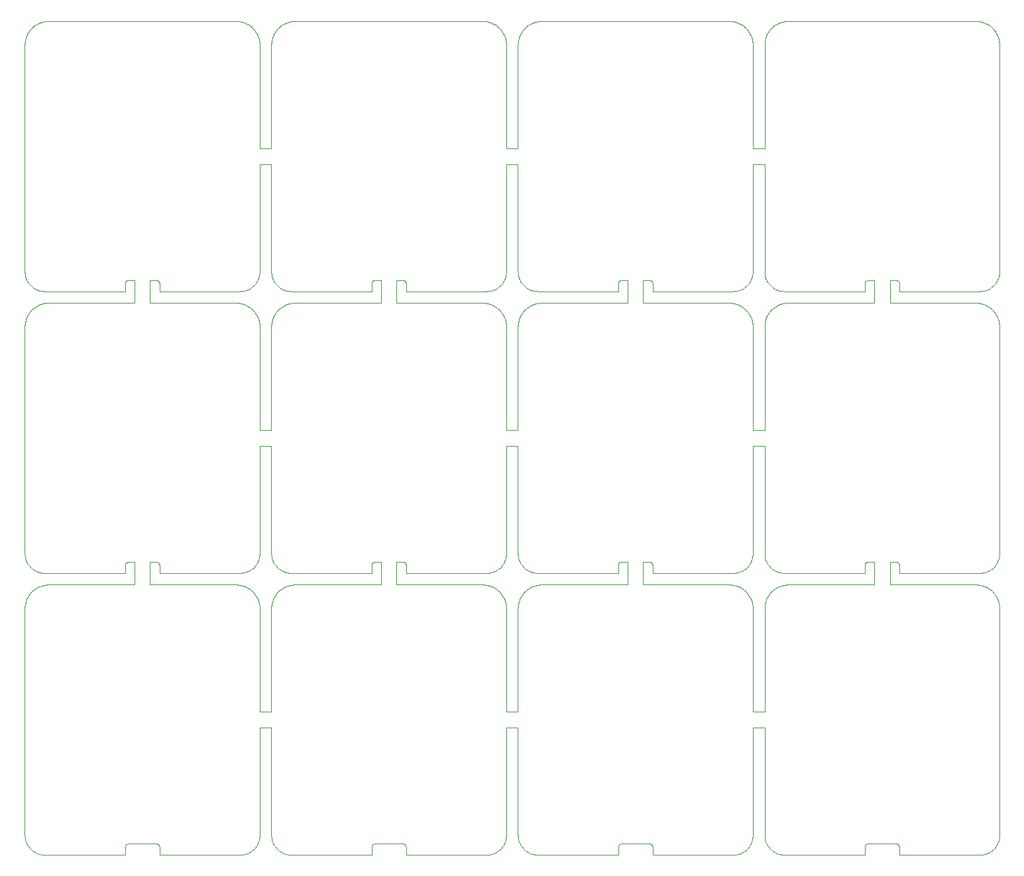
<source format=gbr>
%TF.GenerationSoftware,KiCad,Pcbnew,8.0.2*%
%TF.CreationDate,2024-06-10T13:17:10+01:00*%
%TF.ProjectId,,58585858-5858-4585-9858-585858585858,rev?*%
%TF.SameCoordinates,Original*%
%TF.FileFunction,Profile,NP*%
%FSLAX46Y46*%
G04 Gerber Fmt 4.6, Leading zero omitted, Abs format (unit mm)*
G04 Created by KiCad (PCBNEW 8.0.2) date 2024-06-10 13:17:10*
%MOMM*%
%LPD*%
G01*
G04 APERTURE LIST*
%TA.AperFunction,Profile*%
%ADD10C,0.100000*%
%TD*%
G04 APERTURE END LIST*
D10*
X180762826Y-52252920D02*
X180778829Y-52378569D01*
X193639142Y-53248272D02*
X193667157Y-53217157D01*
X118913682Y-56627672D02*
X118795882Y-56723725D01*
X146463804Y-56537709D02*
X146336892Y-56454067D01*
X150295882Y-56723725D02*
X150183099Y-56825621D01*
X102250000Y-91249000D02*
X102250000Y-89100000D01*
X119566932Y-56243126D02*
X119428817Y-56306586D01*
X165250000Y-55249500D02*
X165250000Y-53100000D01*
X197650261Y-89112769D02*
X197688922Y-89124899D01*
X116250000Y-95000000D02*
X116246149Y-94848052D01*
X210026274Y-57045882D02*
X209924378Y-56933099D01*
X179112417Y-58101910D02*
X179063256Y-57958084D01*
X118913682Y-20627672D02*
X118795882Y-20723725D01*
X208353895Y-92061410D02*
X208204283Y-92034595D01*
X119623368Y-54420192D02*
X119746753Y-54448824D01*
X181473725Y-93045882D02*
X181377672Y-93163682D01*
X103150261Y-53112769D02*
X103188922Y-53124899D01*
X88946495Y-92015392D02*
X88795716Y-92034595D01*
X103425100Y-89361077D02*
X103437230Y-89399738D01*
X210301908Y-89428170D02*
X210371610Y-89322410D01*
X149505488Y-89100985D02*
X149564133Y-89213254D01*
X145933067Y-92243126D02*
X145791915Y-92186743D01*
X103090467Y-89102052D02*
X103130519Y-89108188D01*
X87321829Y-90051908D02*
X87427589Y-90121610D01*
X178178170Y-126051908D02*
X178280264Y-125976939D01*
X162050000Y-89500000D02*
X162052191Y-89458188D01*
X147226939Y-125530264D02*
X147301908Y-125428170D01*
X116094380Y-52868263D02*
X116135348Y-52748407D01*
X181198091Y-125428170D02*
X181273060Y-125530264D01*
X181198091Y-89428170D02*
X181273060Y-89530264D01*
X194750000Y-91251000D02*
X194750000Y-92000000D01*
X117001000Y-108250000D02*
X116999000Y-108250000D01*
X118377672Y-93163682D02*
X118287709Y-93286195D01*
X103207742Y-125132416D02*
X103244120Y-125150261D01*
X178086317Y-56627672D02*
X177963804Y-56537709D01*
X86265392Y-58696495D02*
X86253850Y-58848052D01*
X147737173Y-88252920D02*
X147746791Y-88126622D01*
X181821829Y-126051908D02*
X181927589Y-126121610D01*
X178801908Y-53428170D02*
X178871610Y-53322410D01*
X150536745Y-126185866D02*
X150649014Y-126244511D01*
X117001000Y-36250000D02*
X116999000Y-36250000D01*
X114705905Y-92376960D02*
X114571182Y-92306586D01*
X179246791Y-124126622D02*
X179250000Y-124000000D01*
X117001000Y-74250000D02*
X117750000Y-74250000D01*
X86452605Y-52985889D02*
X86505488Y-53100985D01*
X151623377Y-54496791D02*
X151750000Y-54500000D01*
X147122327Y-57163682D02*
X147026274Y-57045882D01*
X177498407Y-90385348D02*
X177618263Y-90344380D01*
X130698272Y-89189142D02*
X130714886Y-89176393D01*
X162346472Y-125113630D02*
X162387426Y-125104924D01*
X86626960Y-93544094D02*
X86556586Y-93678817D01*
X131750000Y-92000000D02*
X120750000Y-92000000D01*
X182501592Y-54385348D02*
X182623368Y-54420192D01*
X162054924Y-89437426D02*
X162063630Y-89396472D01*
X113876622Y-54496791D02*
X114002920Y-54487173D01*
X197909121Y-125323842D02*
X197917583Y-125342257D01*
X162063630Y-89396472D02*
X162069577Y-89376393D01*
X181821829Y-90051908D02*
X181927589Y-90121610D01*
X118126960Y-57544094D02*
X118056586Y-57678817D01*
X86284595Y-58545716D02*
X86265392Y-58696495D01*
X86773060Y-125530264D02*
X86853104Y-125628431D01*
X166353503Y-125239451D02*
X166378305Y-125271492D01*
X178871610Y-125322410D02*
X178935866Y-125213254D01*
X193552191Y-53458188D02*
X193554924Y-53437426D01*
X166425100Y-89361077D02*
X166431655Y-89380254D01*
X88795716Y-20034595D02*
X88646104Y-20061410D01*
X207750000Y-20000000D02*
X183750000Y-20000000D01*
X166450000Y-90500000D02*
X176750000Y-90500000D01*
X145204283Y-56034595D02*
X145053504Y-56015392D01*
X151001592Y-90385348D02*
X151123368Y-90420192D01*
X147061981Y-125722417D02*
X147146895Y-125628431D01*
X147494511Y-125100985D02*
X147547394Y-124985889D01*
X177291915Y-56186743D02*
X177148089Y-56137582D01*
X151246753Y-90448824D02*
X151371430Y-90471170D01*
X197550000Y-53100000D02*
X197590467Y-53102052D01*
X151795716Y-92034595D02*
X151646104Y-92061410D01*
X118126960Y-21544094D02*
X118056586Y-21678817D01*
X210750000Y-124000000D02*
X210750000Y-95000000D01*
X210547394Y-88985889D02*
X210594380Y-88868263D01*
X147750000Y-52000000D02*
X147750000Y-38250000D01*
X145250000Y-126500000D02*
X145376622Y-126496791D01*
X179094380Y-88868263D02*
X179135348Y-88748407D01*
X197947947Y-89459532D02*
X197950000Y-89500000D01*
X182998042Y-20095768D02*
X182851910Y-20137582D01*
X210494511Y-53100985D02*
X210547394Y-52985889D01*
X118821829Y-54051908D02*
X118927589Y-54121610D01*
X115646895Y-53628431D02*
X115726939Y-53530264D01*
X166339917Y-89224413D02*
X166353503Y-89239451D01*
X118377672Y-21163682D02*
X118287709Y-21286195D01*
X178712290Y-93286195D02*
X178622327Y-93163682D01*
X183250000Y-54500000D02*
X193550000Y-54500000D01*
X182264110Y-54297394D02*
X182381736Y-54344380D01*
X87413682Y-20627672D02*
X87295882Y-20723725D01*
X166090467Y-53102052D02*
X166110571Y-53104612D01*
X180887582Y-94101910D02*
X180845768Y-94248042D01*
X134925100Y-89361077D02*
X134931655Y-89380254D01*
X178726939Y-53530264D02*
X178801908Y-53428170D01*
X149938018Y-89722417D02*
X150027582Y-89811981D01*
X114963254Y-54185866D02*
X115072410Y-54121610D01*
X149278829Y-124378569D02*
X149301175Y-124503246D01*
X89098052Y-56003850D02*
X88946495Y-56015392D01*
X177498407Y-54385348D02*
X177618263Y-54344380D01*
X149329807Y-88626631D02*
X149364651Y-88748407D01*
X177836892Y-20454067D02*
X177705905Y-20376960D01*
X134707742Y-125132416D02*
X134744120Y-125150261D01*
X134950000Y-89500000D02*
X134950000Y-90500000D01*
X130569577Y-89376393D02*
X130584582Y-89337305D01*
X179250000Y-110250000D02*
X179999000Y-110250000D01*
X86698091Y-89428170D02*
X86773060Y-89530264D01*
X182623368Y-54420192D02*
X182746753Y-54448824D01*
X181287709Y-21286195D02*
X181204067Y-21413107D01*
X182566932Y-92243126D02*
X182428817Y-92306586D01*
X149938018Y-125722417D02*
X150027582Y-125811981D01*
X180750000Y-36250000D02*
X180001000Y-36250000D01*
X162450000Y-125100000D02*
X166050000Y-125100000D01*
X147737173Y-124252920D02*
X147746791Y-124126622D01*
X182871430Y-126471170D02*
X182997079Y-126487173D01*
X145998407Y-90385348D02*
X146118263Y-90344380D01*
X180753208Y-124126622D02*
X180762826Y-124252920D01*
X178943413Y-57678817D02*
X178873039Y-57544094D01*
X149250000Y-72250000D02*
X148501000Y-72250000D01*
X177705905Y-92376960D02*
X177571182Y-92306586D01*
X179999000Y-108250000D02*
X179250000Y-108250000D01*
X210122327Y-93163682D02*
X210026274Y-93045882D01*
X116135348Y-88748407D02*
X116170192Y-88626631D01*
X162287305Y-53134582D02*
X162326393Y-53119577D01*
X103050000Y-89100000D02*
X103090467Y-89102052D01*
X134761585Y-53160542D02*
X134778507Y-53171694D01*
X179250000Y-59000000D02*
X179246149Y-58848052D01*
X146878431Y-125896895D02*
X146972417Y-125811981D01*
X118575621Y-56933099D02*
X118473725Y-57045882D01*
X87649014Y-54244511D02*
X87764110Y-54297394D01*
X176250000Y-56000000D02*
X165250000Y-56000000D01*
X120295716Y-56034595D02*
X120146104Y-56061410D01*
X181377672Y-21163682D02*
X181287709Y-21286195D01*
X150928817Y-92306586D02*
X150794094Y-92376960D01*
X103325586Y-125210082D02*
X103353503Y-125239451D01*
X208876631Y-90420192D02*
X208998407Y-90385348D01*
X87663107Y-56454067D02*
X87536195Y-56537709D01*
X134878305Y-125271492D02*
X134899738Y-125305879D01*
X147746149Y-22848052D02*
X147734607Y-22696495D01*
X150321829Y-90051908D02*
X150427589Y-90121610D01*
X197947947Y-125459532D02*
X197950000Y-125500000D01*
X177291915Y-20186743D02*
X177148089Y-20137582D01*
X147612417Y-22101910D02*
X147563256Y-21958084D01*
X178378431Y-89896895D02*
X178472417Y-89811981D01*
X151351910Y-56137582D02*
X151208084Y-56186743D01*
X88351910Y-56137582D02*
X88208084Y-56186743D01*
X88371430Y-90471170D02*
X88497079Y-90487173D01*
X130667157Y-125217157D02*
X130698272Y-125189142D01*
X147750000Y-23000000D02*
X147746149Y-22848052D01*
X149253850Y-22848052D02*
X149250000Y-23000000D01*
X130593597Y-89318404D02*
X130614532Y-89282144D01*
X208502920Y-90487173D02*
X208628569Y-90471170D01*
X116215404Y-94545716D02*
X116188589Y-94396104D01*
X193554924Y-89437426D02*
X193563630Y-89396472D01*
X89098052Y-20003850D02*
X88946495Y-20015392D01*
X116250000Y-38250000D02*
X116999000Y-38250000D01*
X118056586Y-93678817D02*
X117993126Y-93816932D01*
X116237173Y-88252920D02*
X116246791Y-88126622D01*
X162214886Y-53176393D02*
X162250000Y-53153590D01*
X162114532Y-125282144D02*
X162139142Y-125248272D01*
X181353104Y-125628431D02*
X181438018Y-125722417D01*
X145998407Y-54385348D02*
X146118263Y-54344380D01*
X147371610Y-53322410D02*
X147435866Y-53213254D01*
X179246149Y-58848052D02*
X179234607Y-58696495D01*
X177433067Y-56243126D02*
X177291915Y-56186743D01*
X134909121Y-89323842D02*
X134925100Y-89361077D01*
X179234607Y-94696495D02*
X179215404Y-94545716D01*
X103353503Y-89239451D02*
X103378305Y-89271492D01*
X86877672Y-21163682D02*
X86787709Y-21286195D01*
X116999000Y-72250000D02*
X116250000Y-72250000D01*
X86253208Y-52126622D02*
X86262826Y-52252920D01*
X147750000Y-88000000D02*
X147750000Y-74250000D01*
X210506873Y-57816932D02*
X210443413Y-57678817D01*
X131750000Y-91251000D02*
X131750000Y-92000000D01*
X114571182Y-56306586D02*
X114433067Y-56243126D01*
X151001592Y-126385348D02*
X151123368Y-126420192D01*
X147506873Y-93816932D02*
X147443413Y-93678817D01*
X146878431Y-89896895D02*
X146972417Y-89811981D01*
X165250000Y-92000000D02*
X165250000Y-91251000D01*
X147026274Y-93045882D02*
X146924378Y-92933099D01*
X149265392Y-94696495D02*
X149253850Y-94848052D01*
X86250000Y-88000000D02*
X86253208Y-88126622D01*
X183750000Y-92000000D02*
X183598052Y-92003850D01*
X88123368Y-90420192D02*
X88246753Y-90448824D01*
X209678170Y-54051908D02*
X209780264Y-53976939D01*
X210443413Y-57678817D02*
X210373039Y-57544094D01*
X149311410Y-22396104D02*
X149284595Y-22545716D01*
X179237173Y-88252920D02*
X179246791Y-88126622D01*
X88646104Y-20061410D02*
X88498042Y-20095768D01*
X179170192Y-124626631D02*
X179198824Y-124503246D01*
X210226939Y-125530264D02*
X210301908Y-125428170D01*
X180801175Y-52503246D02*
X180829807Y-52626631D01*
X117811410Y-58396104D02*
X117784595Y-58545716D01*
X148501000Y-110250000D02*
X149250000Y-110250000D01*
X148499000Y-38250000D02*
X148501000Y-38250000D01*
X116154231Y-22248042D02*
X116112417Y-22101910D01*
X103130519Y-89108188D02*
X103169745Y-89118344D01*
X146704117Y-92723725D02*
X146586317Y-92627672D01*
X103261585Y-53160542D02*
X103278507Y-53171694D01*
X149698091Y-89428170D02*
X149773060Y-89530264D01*
X183750000Y-20000000D02*
X183598052Y-20003850D01*
X147547394Y-52985889D02*
X147594380Y-52868263D01*
X162076568Y-53356653D02*
X162084582Y-53337305D01*
X181913682Y-92627672D02*
X181795882Y-92723725D01*
X197778507Y-89171694D02*
X197810548Y-89196496D01*
X117811410Y-22396104D02*
X117784595Y-22545716D01*
X177963804Y-20537709D02*
X177836892Y-20454067D01*
X134810548Y-89196496D02*
X134839917Y-89224413D01*
X130750000Y-125153590D02*
X130768404Y-125143597D01*
X181377672Y-57163682D02*
X181287709Y-57286195D01*
X134931655Y-125380254D02*
X134941811Y-125419480D01*
X115178170Y-90051908D02*
X115280264Y-89976939D01*
X147146895Y-53628431D02*
X147226939Y-53530264D01*
X149698091Y-53428170D02*
X149773060Y-53530264D01*
X117845768Y-22248042D02*
X117811410Y-22396104D01*
X116250000Y-88000000D02*
X116250000Y-74250000D01*
X210612417Y-94101910D02*
X210563256Y-93958084D01*
X86253850Y-22848052D02*
X86250000Y-23000000D01*
X193614532Y-125282144D02*
X193639142Y-125248272D01*
X134909121Y-53323842D02*
X134917583Y-53342257D01*
X145628569Y-126471170D02*
X145753246Y-126448824D01*
X88246753Y-90448824D02*
X88371430Y-90471170D01*
X117784595Y-22545716D02*
X117765392Y-22696495D01*
X150121568Y-89896895D02*
X150219735Y-89976939D01*
X103278507Y-125171694D02*
X103294842Y-125183689D01*
X114836892Y-92454067D02*
X114705905Y-92376960D01*
X148499000Y-74250000D02*
X148501000Y-74250000D01*
X150027582Y-53811981D02*
X150121568Y-53896895D01*
X133750000Y-92000000D02*
X133750000Y-91251000D01*
X163250000Y-91249000D02*
X163250000Y-91251000D01*
X114148089Y-56137582D02*
X114001957Y-56095768D01*
X149877672Y-21163682D02*
X149787709Y-21286195D01*
X134744120Y-89150261D02*
X134778507Y-89171694D01*
X193768404Y-53143597D02*
X193787305Y-53134582D01*
X145648089Y-92137582D02*
X145501957Y-92095768D01*
X134778507Y-53171694D02*
X134810548Y-53196496D01*
X178943413Y-93678817D02*
X178873039Y-93544094D01*
X209924378Y-56933099D02*
X209816900Y-56825621D01*
X150427589Y-126121610D02*
X150536745Y-126185866D01*
X178526274Y-93045882D02*
X178424378Y-92933099D01*
X145876631Y-126420192D02*
X145998407Y-126385348D01*
X115795932Y-21413107D02*
X115712290Y-21286195D01*
X117750000Y-36250000D02*
X117001000Y-36250000D01*
X134610571Y-53104612D02*
X134650261Y-53112769D01*
X86329807Y-52626631D02*
X86364651Y-52748407D01*
X182708084Y-20186743D02*
X182566932Y-20243126D01*
X210688589Y-94396104D02*
X210654231Y-94248042D01*
X207750000Y-92000000D02*
X196750000Y-92000000D01*
X119381736Y-54344380D02*
X119501592Y-54385348D01*
X100250000Y-55251500D02*
X100250000Y-56000000D01*
X147443413Y-21678817D02*
X147373039Y-21544094D01*
X208998407Y-126385348D02*
X209118263Y-126344380D01*
X149262826Y-88252920D02*
X149278829Y-88378569D01*
X193569577Y-89376393D02*
X193584582Y-89337305D01*
X116112417Y-94101910D02*
X116063256Y-93958084D01*
X150321829Y-54051908D02*
X150427589Y-54121610D01*
X115873039Y-93544094D02*
X115795932Y-93413107D01*
X196750000Y-89100000D02*
X197550000Y-89100000D01*
X166378305Y-89271492D02*
X166389457Y-89288414D01*
X145053504Y-92015392D02*
X144901947Y-92003850D01*
X162052191Y-89458188D02*
X162054924Y-89437426D01*
X162050000Y-126500000D02*
X162050000Y-125500000D01*
X116047394Y-124985889D02*
X116094380Y-124868263D01*
X114001957Y-56095768D02*
X113853895Y-56061410D01*
X147698824Y-88503246D02*
X147721170Y-88378569D01*
X182746753Y-54448824D02*
X182871430Y-54471170D01*
X182036745Y-126185866D02*
X182149014Y-126244511D01*
X209118263Y-54344380D02*
X209235889Y-54297394D01*
X178646895Y-125628431D02*
X178726939Y-125530264D01*
X99152742Y-89232348D02*
X99167157Y-89217157D01*
X103310548Y-89196496D02*
X103325586Y-89210082D01*
X146924378Y-56933099D02*
X146816900Y-56825621D01*
X209586317Y-92627672D02*
X209463804Y-92537709D01*
X149253208Y-124126622D02*
X149262826Y-124252920D01*
X103399738Y-89305879D02*
X103409121Y-89323842D01*
X86278829Y-52378569D02*
X86301175Y-52503246D01*
X209780264Y-53976939D02*
X209878431Y-53896895D01*
X149345768Y-22248042D02*
X149311410Y-22396104D01*
X103409121Y-89323842D02*
X103425100Y-89361077D01*
X99214886Y-53176393D02*
X99250000Y-53153590D01*
X210494511Y-89100985D02*
X210547394Y-88985889D01*
X119998042Y-20095768D02*
X119851910Y-20137582D01*
X149452605Y-124985889D02*
X149505488Y-125100985D01*
X130908188Y-89102191D02*
X130950000Y-89100000D01*
X149364651Y-52748407D02*
X149405619Y-52868263D01*
X162054924Y-125437426D02*
X162063630Y-125396472D01*
X179250000Y-124000000D02*
X179250000Y-110250000D01*
X147750000Y-38250000D02*
X148499000Y-38250000D01*
X130846472Y-89113630D02*
X130887426Y-89104924D01*
X151371430Y-90471170D02*
X151497079Y-90487173D01*
X180993126Y-21816932D02*
X180936743Y-21958084D01*
X130554924Y-125437426D02*
X130563630Y-125396472D01*
X150413682Y-92627672D02*
X150295882Y-92723725D01*
X180952605Y-88985889D02*
X181005488Y-89100985D01*
X176876622Y-54496791D02*
X177002920Y-54487173D01*
X86253850Y-94848052D02*
X86250000Y-95000000D01*
X89250000Y-20000000D02*
X89098052Y-20003850D01*
X133750000Y-53100000D02*
X134550000Y-53100000D01*
X117905619Y-52868263D02*
X117952605Y-52985889D01*
X183146104Y-92061410D02*
X182998042Y-92095768D01*
X131750000Y-55249500D02*
X131750000Y-55251500D01*
X149265392Y-22696495D02*
X149253850Y-22848052D01*
X180750000Y-88000000D02*
X180753208Y-88126622D01*
X114291915Y-56186743D02*
X114148089Y-56137582D01*
X179154231Y-94248042D02*
X179112417Y-94101910D01*
X86853104Y-125628431D02*
X86938018Y-125722417D01*
X118719735Y-53976939D02*
X118821829Y-54051908D01*
X177001957Y-56095768D02*
X176853895Y-56061410D01*
X88623377Y-90496791D02*
X88750000Y-90500000D01*
X86973725Y-57045882D02*
X86877672Y-57163682D01*
X210698824Y-52503246D02*
X210721170Y-52378569D01*
X86284595Y-22545716D02*
X86265392Y-22696495D01*
X130950000Y-53100000D02*
X131750000Y-53100000D01*
X177705905Y-56376960D02*
X177571182Y-56306586D01*
X197794842Y-53183689D02*
X197825586Y-53210082D01*
X86250000Y-59000000D02*
X86250000Y-88000000D01*
X150027582Y-89811981D02*
X150121568Y-89896895D01*
X99450000Y-125100000D02*
X103050000Y-125100000D01*
X103447947Y-125459532D02*
X103450000Y-125500000D01*
X147654231Y-22248042D02*
X147612417Y-22101910D01*
X183598052Y-92003850D02*
X183446495Y-92015392D01*
X210688589Y-58396104D02*
X210654231Y-58248042D01*
X115646895Y-125628431D02*
X115726939Y-125530264D01*
X87764110Y-54297394D02*
X87881736Y-54344380D01*
X150794094Y-92376960D02*
X150663107Y-92454067D01*
X178994511Y-125100985D02*
X179047394Y-124985889D01*
X178935866Y-53213254D02*
X178994511Y-53100985D01*
X193550000Y-90500000D02*
X193550000Y-89500000D01*
X86387582Y-94101910D02*
X86345768Y-94248042D01*
X147594380Y-88868263D02*
X147635348Y-88748407D01*
X179234607Y-22696495D02*
X179215404Y-22545716D01*
X86278829Y-88378569D02*
X86301175Y-88503246D01*
X116221170Y-88378569D02*
X116237173Y-88252920D01*
X99387426Y-125104924D02*
X99408188Y-125102191D01*
X162268404Y-125143597D02*
X162306653Y-125126568D01*
X149250000Y-110250000D02*
X149250000Y-124000000D01*
X193698272Y-125189142D02*
X193732144Y-125164532D01*
X177618263Y-90344380D02*
X177735889Y-90297394D01*
X99152742Y-53232348D02*
X99167157Y-53217157D01*
X162063630Y-53396472D02*
X162076568Y-53356653D01*
X88208084Y-20186743D02*
X88066932Y-20243126D01*
X86704067Y-57413107D02*
X86626960Y-57544094D01*
X87881736Y-90344380D02*
X88001592Y-90385348D01*
X87536195Y-56537709D02*
X87413682Y-56627672D01*
X115726939Y-125530264D02*
X115801908Y-125428170D01*
X193667157Y-53217157D02*
X193682348Y-53202742D01*
X86345768Y-22248042D02*
X86311410Y-22396104D01*
X134950000Y-53500000D02*
X134950000Y-54500000D01*
X145628569Y-90471170D02*
X145753246Y-90448824D01*
X209463804Y-92537709D02*
X209336892Y-92454067D01*
X86387582Y-22101910D02*
X86345768Y-22248042D01*
X210594380Y-52868263D02*
X210635348Y-52748407D01*
X114963804Y-56537709D02*
X114836892Y-56454067D01*
X180753850Y-22848052D02*
X180750000Y-23000000D01*
X147301908Y-53428170D02*
X147371610Y-53322410D01*
X145876631Y-54420192D02*
X145998407Y-54385348D01*
X210373039Y-21544094D02*
X210295932Y-21413107D01*
X166417583Y-53342257D02*
X166431655Y-53380254D01*
X193950000Y-89100000D02*
X194750000Y-89100000D01*
X147612417Y-58101910D02*
X147563256Y-57958084D01*
X182871430Y-54471170D02*
X182997079Y-54487173D01*
X196750000Y-55251500D02*
X196750000Y-55249500D01*
X118273060Y-125530264D02*
X118353104Y-125628431D01*
X117762826Y-52252920D02*
X117778829Y-52378569D01*
X103110571Y-53104612D02*
X103150261Y-53112769D01*
X180905619Y-88868263D02*
X180952605Y-88985889D01*
X208204283Y-20034595D02*
X208053504Y-20015392D01*
X194750000Y-53100000D02*
X194750000Y-55249500D01*
X166450000Y-125500000D02*
X166450000Y-126500000D01*
X149250000Y-52000000D02*
X149253208Y-52126622D01*
X87121568Y-125896895D02*
X87219735Y-125976939D01*
X162084582Y-53337305D02*
X162103590Y-53300000D01*
X179246791Y-52126622D02*
X179250000Y-52000000D01*
X209205905Y-92376960D02*
X209071182Y-92306586D01*
X147721170Y-88378569D02*
X147737173Y-88252920D01*
X162326393Y-53119577D02*
X162346472Y-53113630D01*
X118927589Y-126121610D02*
X119036745Y-126185866D01*
X117829807Y-88626631D02*
X117864651Y-88748407D01*
X179999000Y-36250000D02*
X179250000Y-36250000D01*
X149853104Y-89628431D02*
X149938018Y-89722417D01*
X117845768Y-58248042D02*
X117811410Y-58396104D01*
X149452605Y-88985889D02*
X149505488Y-89100985D01*
X115726939Y-53530264D02*
X115801908Y-53428170D01*
X182149014Y-90244511D02*
X182264110Y-90297394D01*
X162114532Y-89282144D02*
X162126393Y-89264886D01*
X180905619Y-52868263D02*
X180952605Y-52985889D01*
X197744120Y-89150261D02*
X197778507Y-89171694D01*
X86405619Y-88868263D02*
X86452605Y-88985889D01*
X182623368Y-126420192D02*
X182746753Y-126448824D01*
X88750000Y-54500000D02*
X99050000Y-54500000D01*
X177001957Y-20095768D02*
X176853895Y-20061410D01*
X182149014Y-126244511D02*
X182264110Y-126297394D01*
X210373039Y-57544094D02*
X210295932Y-57413107D01*
X134853503Y-125239451D02*
X134878305Y-125271492D01*
X103130519Y-125108188D02*
X103169745Y-125118344D01*
X120598052Y-20003850D02*
X120446495Y-20015392D01*
X145753246Y-54448824D02*
X145876631Y-54420192D01*
X115204117Y-56723725D02*
X115086317Y-56627672D01*
X183250000Y-90500000D02*
X193550000Y-90500000D01*
X119851910Y-56137582D02*
X119708084Y-56186743D01*
X179198824Y-52503246D02*
X179221170Y-52378569D01*
X209572410Y-126121610D02*
X209678170Y-126051908D01*
X115086317Y-56627672D02*
X114963804Y-56537709D01*
X197909121Y-89323842D02*
X197917583Y-89342257D01*
X178795932Y-57413107D02*
X178712290Y-57286195D01*
X197610571Y-53104612D02*
X197650261Y-53112769D01*
X149364651Y-124748407D02*
X149405619Y-124868263D01*
X103417583Y-125342257D02*
X103431655Y-125380254D01*
X147750000Y-36250000D02*
X147750000Y-23000000D01*
X178712290Y-21286195D02*
X178622327Y-21163682D01*
X116250000Y-59000000D02*
X116246149Y-58848052D01*
X147435866Y-89213254D02*
X147494511Y-89100985D01*
X146071182Y-92306586D02*
X145933067Y-92243126D01*
X146678170Y-54051908D02*
X146780264Y-53976939D01*
X118064133Y-53213254D02*
X118128389Y-53322410D01*
X130550000Y-90500000D02*
X130550000Y-89500000D01*
X99214886Y-89176393D02*
X99250000Y-89153590D01*
X145376622Y-126496791D02*
X145502920Y-126487173D01*
X193552191Y-89458188D02*
X193554924Y-89437426D01*
X149493126Y-57816932D02*
X149436743Y-57958084D01*
X134899738Y-125305879D02*
X134909121Y-125323842D01*
X196750000Y-92000000D02*
X196750000Y-91251000D01*
X193682348Y-89202742D02*
X193698272Y-89189142D01*
X86253208Y-124126622D02*
X86262826Y-124252920D01*
X197950000Y-54500000D02*
X208250000Y-54500000D01*
X150121568Y-53896895D02*
X150219735Y-53976939D01*
X162050000Y-54500000D02*
X162050000Y-53500000D01*
X115378431Y-125896895D02*
X115472417Y-125811981D01*
X120123377Y-54496791D02*
X120250000Y-54500000D01*
X118353104Y-53628431D02*
X118438018Y-53722417D01*
X162198272Y-53189142D02*
X162214886Y-53176393D01*
X86250000Y-95000000D02*
X86250000Y-124000000D01*
X87881736Y-126344380D02*
X88001592Y-126385348D01*
X180864651Y-88748407D02*
X180905619Y-88868263D01*
X115472417Y-125811981D02*
X115561981Y-125722417D01*
X130563630Y-125396472D02*
X130576568Y-125356653D01*
X207750000Y-56000000D02*
X196750000Y-56000000D01*
X162052191Y-53458188D02*
X162054924Y-53437426D01*
X131750000Y-89100000D02*
X131750000Y-91249000D01*
X210734607Y-22696495D02*
X210715404Y-22545716D01*
X179250000Y-72250000D02*
X179250000Y-59000000D01*
X179999000Y-110250000D02*
X180001000Y-110250000D01*
X118056586Y-57678817D02*
X117993126Y-57816932D01*
X149329807Y-124626631D02*
X149364651Y-124748407D01*
X113401947Y-20003850D02*
X113250000Y-20000000D01*
X193563630Y-89396472D02*
X193569577Y-89376393D01*
X117750000Y-38250000D02*
X117750000Y-52000000D01*
X117905619Y-88868263D02*
X117952605Y-88985889D01*
X197878305Y-89271492D02*
X197899738Y-89305879D01*
X119623368Y-90420192D02*
X119746753Y-90448824D01*
X193614532Y-89282144D02*
X193639142Y-89248272D01*
X134550000Y-125100000D02*
X134590467Y-125102052D01*
X118273060Y-89530264D02*
X118353104Y-89628431D01*
X118064133Y-89213254D02*
X118128389Y-89322410D01*
X87764110Y-90297394D02*
X87881736Y-90344380D01*
X208753246Y-126448824D02*
X208876631Y-126420192D01*
X209235889Y-90297394D02*
X209350985Y-90244511D01*
X146463254Y-90185866D02*
X146572410Y-90121610D01*
X87321829Y-126051908D02*
X87427589Y-126121610D01*
X130698272Y-125189142D02*
X130732144Y-125164532D01*
X86853104Y-53628431D02*
X86938018Y-53722417D01*
X130552191Y-125458188D02*
X130554924Y-125437426D01*
X178472417Y-125811981D02*
X178561981Y-125722417D01*
X178178170Y-90051908D02*
X178280264Y-89976939D01*
X210721170Y-124378569D02*
X210737173Y-124252920D01*
X134590467Y-53102052D02*
X134610571Y-53104612D01*
X114735889Y-126297394D02*
X114850985Y-126244511D01*
X180864651Y-124748407D02*
X180905619Y-124868263D01*
X134917583Y-125342257D02*
X134931655Y-125380254D01*
X208501957Y-92095768D02*
X208353895Y-92061410D01*
X176250000Y-20000000D02*
X152250000Y-20000000D01*
X177705905Y-20376960D02*
X177571182Y-20306586D01*
X134917583Y-53342257D02*
X134931655Y-53380254D01*
X130554924Y-53437426D02*
X130563630Y-53396472D01*
X208502920Y-126487173D02*
X208628569Y-126471170D01*
X193908188Y-125102191D02*
X193950000Y-125100000D01*
X116154231Y-58248042D02*
X116112417Y-58101910D01*
X150183099Y-56825621D02*
X150075621Y-56933099D01*
X210594380Y-124868263D02*
X210635348Y-124748407D01*
X182566932Y-20243126D02*
X182428817Y-20306586D01*
X208502920Y-54487173D02*
X208628569Y-54471170D01*
X180952605Y-52985889D02*
X181005488Y-53100985D01*
X151646104Y-56061410D02*
X151498042Y-56095768D01*
X149556586Y-57678817D02*
X149493126Y-57816932D01*
X114571182Y-20306586D02*
X114433067Y-20243126D01*
X210654231Y-94248042D02*
X210612417Y-94101910D01*
X116198824Y-124503246D02*
X116221170Y-124378569D01*
X210594380Y-88868263D02*
X210635348Y-88748407D01*
X86564133Y-89213254D02*
X86628389Y-89322410D01*
X118287709Y-93286195D02*
X118204067Y-93413107D01*
X119163107Y-92454067D02*
X119036195Y-92537709D01*
X146586317Y-92627672D02*
X146463804Y-92537709D01*
X210746149Y-58848052D02*
X210734607Y-58696495D01*
X116006873Y-21816932D02*
X115943413Y-21678817D01*
X194750000Y-92000000D02*
X183750000Y-92000000D01*
X179170192Y-52626631D02*
X179198824Y-52503246D01*
X210563256Y-93958084D02*
X210506873Y-93816932D01*
X178795932Y-21413107D02*
X178712290Y-21286195D01*
X197778507Y-125171694D02*
X197794842Y-125183689D01*
X146780264Y-89976939D02*
X146878431Y-89896895D01*
X193554924Y-53437426D02*
X193563630Y-53396472D01*
X88001592Y-54385348D02*
X88123368Y-54420192D01*
X178424378Y-20933099D02*
X178316900Y-20825621D01*
X197590467Y-125102052D02*
X197630519Y-125108188D01*
X181064133Y-89213254D02*
X181128389Y-89322410D01*
X182428817Y-56306586D02*
X182294094Y-56376960D01*
X147146895Y-125628431D02*
X147226939Y-125530264D01*
X114836892Y-20454067D02*
X114705905Y-20376960D01*
X177148089Y-56137582D02*
X177001957Y-56095768D01*
X130667157Y-89217157D02*
X130698272Y-89189142D01*
X151066932Y-20243126D02*
X150928817Y-20306586D01*
X180936743Y-21958084D02*
X180887582Y-22101910D01*
X208053504Y-20015392D02*
X207901947Y-20003850D01*
X87794094Y-92376960D02*
X87663107Y-92454067D01*
X87536195Y-20537709D02*
X87413682Y-20627672D01*
X116112417Y-58101910D02*
X116063256Y-57958084D01*
X119871430Y-90471170D02*
X119997079Y-90487173D01*
X180765392Y-58696495D02*
X180753850Y-58848052D01*
X178561981Y-125722417D02*
X178646895Y-125628431D01*
X181005488Y-89100985D02*
X181064133Y-89213254D01*
X166188922Y-125124899D02*
X166207742Y-125132416D01*
X87183099Y-56825621D02*
X87075621Y-56933099D01*
X151208084Y-56186743D02*
X151066932Y-56243126D01*
X147750000Y-95000000D02*
X147746149Y-94848052D01*
X117753208Y-52126622D02*
X117762826Y-52252920D01*
X177001957Y-92095768D02*
X176853895Y-92061410D01*
X99232144Y-125164532D02*
X99250000Y-125153590D01*
X151623377Y-90496791D02*
X151750000Y-90500000D01*
X103188922Y-125124899D02*
X103207742Y-125132416D01*
X116063256Y-57958084D02*
X116006873Y-57816932D01*
X118056586Y-21678817D02*
X117993126Y-21816932D01*
X162050000Y-90500000D02*
X162050000Y-89500000D01*
X193846472Y-53113630D02*
X193887426Y-53104924D01*
X148501000Y-108250000D02*
X148499000Y-108250000D01*
X113750000Y-54500000D02*
X113876622Y-54496791D01*
X99306653Y-125126568D02*
X99346472Y-125113630D01*
X149301175Y-124503246D02*
X149329807Y-124626631D01*
X134941811Y-125419480D02*
X134947947Y-125459532D01*
X147301908Y-89428170D02*
X147371610Y-89322410D01*
X162084582Y-125337305D02*
X162093597Y-125318404D01*
X119746753Y-90448824D02*
X119871430Y-90471170D01*
X180887582Y-58101910D02*
X180845768Y-58248042D01*
X149311410Y-94396104D02*
X149284595Y-94545716D01*
X151123368Y-126420192D02*
X151246753Y-126448824D01*
X99084582Y-53337305D02*
X99093597Y-53318404D01*
X178072410Y-54121610D02*
X178178170Y-54051908D01*
X133750000Y-55249500D02*
X133750000Y-53100000D01*
X117750000Y-72250000D02*
X117001000Y-72250000D01*
X179135348Y-88748407D02*
X179170192Y-88626631D01*
X162287305Y-89134582D02*
X162326393Y-89119577D01*
X99063630Y-89396472D02*
X99069577Y-89376393D01*
X87219735Y-89976939D02*
X87321829Y-90051908D01*
X180001000Y-36250000D02*
X179999000Y-36250000D01*
X114963254Y-126185866D02*
X115072410Y-126121610D01*
X193950000Y-125100000D02*
X197550000Y-125100000D01*
X99450000Y-89100000D02*
X100250000Y-89100000D01*
X149405619Y-124868263D02*
X149452605Y-124985889D01*
X197917583Y-89342257D02*
X197931655Y-89380254D01*
X147734607Y-58696495D02*
X147715404Y-58545716D01*
X114433067Y-20243126D02*
X114291915Y-20186743D01*
X197899738Y-53305879D02*
X197909121Y-53323842D01*
X103450000Y-89500000D02*
X103450000Y-90500000D01*
X120750000Y-20000000D02*
X120598052Y-20003850D01*
X150295882Y-92723725D02*
X150183099Y-92825621D01*
X181621568Y-53896895D02*
X181719735Y-53976939D01*
X130806653Y-125126568D02*
X130846472Y-125113630D01*
X88498042Y-20095768D02*
X88351910Y-20137582D01*
X134707742Y-89132416D02*
X134744120Y-89150261D01*
X193652742Y-125232348D02*
X193682348Y-125202742D01*
X116999000Y-38250000D02*
X117001000Y-38250000D01*
X119501592Y-54385348D02*
X119623368Y-54420192D01*
X87413682Y-56627672D02*
X87295882Y-56723725D01*
X209972417Y-125811981D02*
X210061981Y-125722417D01*
X208998407Y-90385348D02*
X209118263Y-90344380D01*
X144901947Y-56003850D02*
X144750000Y-56000000D01*
X118927589Y-54121610D02*
X119036745Y-54185866D01*
X115622327Y-57163682D02*
X115526274Y-57045882D01*
X114128569Y-54471170D02*
X114253246Y-54448824D01*
X86628389Y-53322410D02*
X86698091Y-53428170D01*
X115943413Y-57678817D02*
X115873039Y-57544094D01*
X115871610Y-89322410D02*
X115935866Y-89213254D01*
X179215404Y-22545716D02*
X179188589Y-22396104D01*
X146336892Y-92454067D02*
X146205905Y-92376960D01*
X134889457Y-53288414D02*
X134909121Y-53323842D01*
X99346472Y-125113630D02*
X99387426Y-125104924D01*
X209336892Y-56454067D02*
X209205905Y-56376960D01*
X130846472Y-125113630D02*
X130887426Y-125104924D01*
X87219735Y-125976939D02*
X87321829Y-126051908D01*
X149253208Y-52126622D02*
X149262826Y-52252920D01*
X117993126Y-57816932D02*
X117936743Y-57958084D01*
X119997079Y-54487173D02*
X120123377Y-54496791D01*
X180750000Y-74250000D02*
X180750000Y-88000000D01*
X146678170Y-126051908D02*
X146780264Y-125976939D01*
X162167157Y-53217157D02*
X162198272Y-53189142D01*
X210371610Y-125322410D02*
X210435866Y-125213254D01*
X145204283Y-20034595D02*
X145053504Y-20015392D01*
X208628569Y-126471170D02*
X208753246Y-126448824D01*
X118128389Y-125322410D02*
X118198091Y-125428170D01*
X130626393Y-89264886D02*
X130652742Y-89232348D01*
X183250000Y-126500000D02*
X193550000Y-126500000D01*
X115072410Y-54121610D02*
X115178170Y-54051908D01*
X113553504Y-92015392D02*
X113401947Y-92003850D01*
X207901947Y-92003850D02*
X207750000Y-92000000D01*
X115378431Y-89896895D02*
X115472417Y-89811981D01*
X134878305Y-53271492D02*
X134889457Y-53288414D01*
X210737173Y-52252920D02*
X210746791Y-52126622D01*
X197630519Y-125108188D02*
X197669745Y-125118344D01*
X151498042Y-92095768D02*
X151351910Y-92137582D01*
X119294094Y-20376960D02*
X119163107Y-20454067D01*
X103353503Y-53239451D02*
X103378305Y-53271492D01*
X210122327Y-21163682D02*
X210026274Y-21045882D01*
X130576568Y-125356653D02*
X130584582Y-125337305D01*
X115316900Y-92825621D02*
X115204117Y-92723725D01*
X99093597Y-89318404D02*
X99114532Y-89282144D01*
X149564133Y-89213254D02*
X149628389Y-89322410D01*
X146071182Y-56306586D02*
X145933067Y-56243126D01*
X149973725Y-21045882D02*
X149877672Y-21163682D01*
X116221170Y-124378569D02*
X116237173Y-124252920D01*
X130787305Y-53134582D02*
X130826393Y-53119577D01*
X103378305Y-125271492D02*
X103399738Y-125305879D01*
X150794094Y-56376960D02*
X150663107Y-56454067D01*
X182294094Y-20376960D02*
X182163107Y-20454067D01*
X179047394Y-88985889D02*
X179094380Y-88868263D01*
X115994511Y-53100985D02*
X116047394Y-52985889D01*
X183295716Y-20034595D02*
X183146104Y-20061410D01*
X181621568Y-125896895D02*
X181719735Y-125976939D01*
X209704117Y-56723725D02*
X209586317Y-56627672D01*
X179221170Y-52378569D02*
X179237173Y-52252920D01*
X118795882Y-56723725D02*
X118683099Y-56825621D01*
X147612417Y-94101910D02*
X147563256Y-93958084D01*
X182708084Y-56186743D02*
X182566932Y-56243126D01*
X182149014Y-54244511D02*
X182264110Y-54297394D01*
X210654231Y-58248042D02*
X210612417Y-58101910D01*
X183598052Y-20003850D02*
X183446495Y-20015392D01*
X181126960Y-93544094D02*
X181056586Y-93678817D01*
X147750000Y-74250000D02*
X148499000Y-74250000D01*
X103447947Y-89459532D02*
X103450000Y-89500000D01*
X87928817Y-20306586D02*
X87794094Y-20376960D01*
X86250000Y-23000000D02*
X86250000Y-52000000D01*
X210750000Y-52000000D02*
X210750000Y-23000000D01*
X181353104Y-89628431D02*
X181438018Y-89722417D01*
X177002920Y-90487173D02*
X177128569Y-90471170D01*
X100250000Y-91249000D02*
X100250000Y-91251000D01*
X117750000Y-95000000D02*
X117750000Y-108250000D01*
X116221170Y-52378569D02*
X116237173Y-52252920D01*
X178472417Y-53811981D02*
X178561981Y-53722417D01*
X146586317Y-56627672D02*
X146463804Y-56537709D01*
X162103590Y-53300000D02*
X162114532Y-53282144D01*
X166310548Y-53196496D02*
X166339917Y-53224413D01*
X103441811Y-89419480D02*
X103447947Y-89459532D01*
X193576568Y-53356653D02*
X193584582Y-53337305D01*
X151208084Y-20186743D02*
X151066932Y-20243126D01*
X87536745Y-90185866D02*
X87649014Y-90244511D01*
X210435866Y-125213254D02*
X210494511Y-125100985D01*
X130584582Y-53337305D02*
X130603590Y-53300000D01*
X208791915Y-92186743D02*
X208648089Y-92137582D01*
X208204283Y-92034595D02*
X208053504Y-92015392D01*
X130667157Y-53217157D02*
X130698272Y-53189142D01*
X134590467Y-125102052D02*
X134630519Y-125108188D01*
X134947947Y-125459532D02*
X134950000Y-125500000D01*
X180753850Y-58848052D02*
X180750000Y-59000000D01*
X210061981Y-53722417D02*
X210146895Y-53628431D01*
X117765392Y-22696495D02*
X117753850Y-22848052D01*
X209336892Y-92454067D02*
X209205905Y-92376960D01*
X178873039Y-57544094D02*
X178795932Y-57413107D01*
X166188922Y-53124899D02*
X166226157Y-53140878D01*
X210635348Y-124748407D02*
X210670192Y-124626631D01*
X134630519Y-89108188D02*
X134669745Y-89118344D01*
X197590467Y-53102052D02*
X197610571Y-53104612D01*
X210715404Y-22545716D02*
X210688589Y-22396104D01*
X180845768Y-58248042D02*
X180811410Y-58396104D01*
X100250000Y-56000000D02*
X89250000Y-56000000D01*
X134650261Y-53112769D02*
X134688922Y-53124899D01*
X209118263Y-90344380D02*
X209235889Y-90297394D01*
X86556586Y-21678817D02*
X86493126Y-21816932D01*
X177128569Y-126471170D02*
X177253246Y-126448824D01*
X166244120Y-53150261D02*
X166278507Y-53171694D01*
X113250000Y-56000000D02*
X102250000Y-56000000D01*
X193787305Y-89134582D02*
X193806653Y-89126568D01*
X150536745Y-90185866D02*
X150649014Y-90244511D01*
X114002920Y-54487173D02*
X114128569Y-54471170D01*
X165250000Y-55251500D02*
X165250000Y-55249500D01*
X114002920Y-90487173D02*
X114128569Y-90471170D01*
X181438018Y-53722417D02*
X181527582Y-53811981D01*
X115280264Y-89976939D02*
X115378431Y-89896895D01*
X162306653Y-125126568D02*
X162346472Y-125113630D01*
X182997079Y-90487173D02*
X183123377Y-90496791D01*
X115086317Y-20627672D02*
X114963804Y-20537709D01*
X114291915Y-92186743D02*
X114148089Y-92137582D01*
X147715404Y-58545716D02*
X147688589Y-58396104D01*
X113250000Y-92000000D02*
X102250000Y-92000000D01*
X99346472Y-89113630D02*
X99387426Y-89104924D01*
X183598052Y-56003850D02*
X183446495Y-56015392D01*
X115712290Y-21286195D02*
X115622327Y-21163682D01*
X180845768Y-22248042D02*
X180811410Y-22396104D01*
X149250000Y-74250000D02*
X149250000Y-88000000D01*
X149704067Y-21413107D02*
X149626960Y-21544094D01*
X180753850Y-94848052D02*
X180750000Y-95000000D01*
X147371610Y-125322410D02*
X147435866Y-125213254D01*
X182428817Y-20306586D02*
X182294094Y-20376960D01*
X177128569Y-90471170D02*
X177253246Y-90448824D01*
X193682348Y-125202742D02*
X193698272Y-125189142D01*
X87075621Y-20933099D02*
X86973725Y-21045882D01*
X208250000Y-54500000D02*
X208376622Y-54496791D01*
X134839917Y-53224413D02*
X134853503Y-53239451D01*
X115871610Y-53322410D02*
X115935866Y-53213254D01*
X147295932Y-57413107D02*
X147212290Y-57286195D01*
X87764110Y-126297394D02*
X87881736Y-126344380D01*
X149301175Y-88503246D02*
X149329807Y-88626631D01*
X99250000Y-89153590D02*
X99287305Y-89134582D01*
X102250000Y-56000000D02*
X102250000Y-55251500D01*
X162139142Y-53248272D02*
X162152742Y-53232348D01*
X114498407Y-126385348D02*
X114618263Y-126344380D01*
X88623377Y-126496791D02*
X88750000Y-126500000D01*
X150881736Y-54344380D02*
X151001592Y-54385348D01*
X149250000Y-95000000D02*
X149250000Y-108250000D01*
X146780264Y-125976939D02*
X146878431Y-125896895D01*
X178424378Y-92933099D02*
X178316900Y-92825621D01*
X182163107Y-56454067D02*
X182036195Y-56537709D01*
X208353895Y-56061410D02*
X208204283Y-56034595D01*
X180753208Y-88126622D02*
X180762826Y-88252920D01*
X210746149Y-22848052D02*
X210734607Y-22696495D01*
X182997079Y-54487173D02*
X183123377Y-54496791D01*
X146118263Y-90344380D02*
X146235889Y-90297394D01*
X87183099Y-20825621D02*
X87075621Y-20933099D01*
X179188589Y-94396104D02*
X179154231Y-94248042D01*
X88001592Y-90385348D02*
X88123368Y-90420192D01*
X178873039Y-21544094D02*
X178795932Y-21413107D01*
X166050000Y-89100000D02*
X166090467Y-89102052D01*
X118621568Y-53896895D02*
X118719735Y-53976939D01*
X119381736Y-126344380D02*
X119501592Y-126385348D01*
X87928817Y-56306586D02*
X87794094Y-56376960D01*
X193563630Y-53396472D02*
X193576568Y-53356653D01*
X148499000Y-36250000D02*
X147750000Y-36250000D01*
X180750000Y-38250000D02*
X180750000Y-52000000D01*
X182294094Y-92376960D02*
X182163107Y-92454067D01*
X208250000Y-126500000D02*
X208376622Y-126496791D01*
X119851910Y-20137582D02*
X119708084Y-20186743D01*
X117001000Y-72250000D02*
X116999000Y-72250000D01*
X116250000Y-52000000D02*
X116250000Y-38250000D01*
X177253246Y-126448824D02*
X177376631Y-126420192D01*
X166450000Y-53500000D02*
X166450000Y-54500000D01*
X193593597Y-89318404D02*
X193614532Y-89282144D01*
X177128569Y-54471170D02*
X177253246Y-54448824D01*
X145502920Y-126487173D02*
X145628569Y-126471170D01*
X178935866Y-89213254D02*
X178994511Y-89100985D01*
X103378305Y-53271492D02*
X103389457Y-53288414D01*
X150427589Y-90121610D02*
X150536745Y-90185866D01*
X176704283Y-56034595D02*
X176553504Y-56015392D01*
X100250000Y-55249500D02*
X100250000Y-55251500D01*
X87027582Y-89811981D02*
X87121568Y-89896895D01*
X99167157Y-125217157D02*
X99198272Y-125189142D01*
X116135348Y-124748407D02*
X116170192Y-124626631D01*
X99450000Y-53100000D02*
X100250000Y-53100000D01*
X113750000Y-126500000D02*
X113876622Y-126496791D01*
X103353503Y-125239451D02*
X103378305Y-125271492D01*
X147026274Y-21045882D02*
X146924378Y-20933099D01*
X147547394Y-124985889D02*
X147594380Y-124868263D01*
X117993126Y-93816932D02*
X117936743Y-93958084D01*
X178086317Y-20627672D02*
X177963804Y-20537709D01*
X166294842Y-125183689D02*
X166325586Y-125210082D01*
X166130519Y-89108188D02*
X166169745Y-89118344D01*
X99408188Y-89102191D02*
X99450000Y-89100000D01*
X208628569Y-90471170D02*
X208753246Y-90448824D01*
X194750000Y-91249000D02*
X194750000Y-91251000D01*
X209972417Y-53811981D02*
X210061981Y-53722417D01*
X210212290Y-93286195D02*
X210122327Y-93163682D01*
X117801175Y-52503246D02*
X117829807Y-52626631D01*
X181204067Y-93413107D02*
X181126960Y-93544094D01*
X152250000Y-20000000D02*
X152098052Y-20003850D01*
X88066932Y-20243126D02*
X87928817Y-20306586D01*
X166431655Y-53380254D02*
X166441811Y-53419480D01*
X197550000Y-89100000D02*
X197570259Y-89100513D01*
X162250000Y-53153590D02*
X162287305Y-53134582D01*
X86253850Y-58848052D02*
X86250000Y-59000000D01*
X179047394Y-52985889D02*
X179094380Y-52868263D01*
X193550000Y-125500000D02*
X193550548Y-125479065D01*
X113401947Y-56003850D02*
X113250000Y-56000000D01*
X147750000Y-72250000D02*
X147750000Y-59000000D01*
X197825586Y-53210082D02*
X197853503Y-53239451D01*
X193732144Y-125164532D02*
X193750000Y-125153590D01*
X210746149Y-94848052D02*
X210734607Y-94696495D01*
X113704283Y-56034595D02*
X113553504Y-56015392D01*
X99306653Y-89126568D02*
X99346472Y-89113630D01*
X181575621Y-56933099D02*
X181473725Y-57045882D01*
X147494511Y-53100985D02*
X147547394Y-52985889D01*
X147688589Y-58396104D02*
X147654231Y-58248042D01*
X86698091Y-53428170D02*
X86773060Y-53530264D01*
X147737173Y-52252920D02*
X147746791Y-52126622D01*
X86301175Y-52503246D02*
X86329807Y-52626631D01*
X114002920Y-126487173D02*
X114128569Y-126471170D01*
X208204283Y-56034595D02*
X208053504Y-56015392D01*
X86452605Y-88985889D02*
X86505488Y-89100985D01*
X118005488Y-125100985D02*
X118064133Y-125213254D01*
X166431655Y-125380254D02*
X166441811Y-125419480D01*
X149704067Y-93413107D02*
X149626960Y-93544094D01*
X103441811Y-53419480D02*
X103447947Y-53459532D01*
X144901947Y-20003850D02*
X144750000Y-20000000D01*
X149345768Y-58248042D02*
X149311410Y-58396104D01*
X145053504Y-20015392D02*
X144901947Y-20003850D01*
X134794842Y-125183689D02*
X134825586Y-125210082D01*
X147212290Y-93286195D02*
X147122327Y-93163682D01*
X99050000Y-90500000D02*
X99050000Y-89500000D01*
X177291915Y-92186743D02*
X177148089Y-92137582D01*
X116246791Y-124126622D02*
X116250000Y-124000000D01*
X113553504Y-20015392D02*
X113401947Y-20003850D01*
X196750000Y-91251000D02*
X196750000Y-91249000D01*
X162346472Y-89113630D02*
X162387426Y-89104924D01*
X99152742Y-125232348D02*
X99167157Y-125217157D01*
X146572410Y-54121610D02*
X146678170Y-54051908D01*
X99139142Y-53248272D02*
X99152742Y-53232348D01*
X117936743Y-93958084D02*
X117887582Y-94101910D01*
X209704117Y-20723725D02*
X209586317Y-20627672D01*
X182381736Y-54344380D02*
X182501592Y-54385348D01*
X150663107Y-20454067D02*
X150536195Y-20537709D01*
X197899738Y-125305879D02*
X197909121Y-125323842D01*
X149787709Y-93286195D02*
X149704067Y-93413107D01*
X103294842Y-125183689D02*
X103325586Y-125210082D01*
X210670192Y-52626631D02*
X210698824Y-52503246D01*
X117753850Y-22848052D02*
X117750000Y-23000000D01*
X165250000Y-53100000D02*
X166050000Y-53100000D01*
X117936743Y-57958084D02*
X117887582Y-58101910D01*
X193950000Y-53100000D02*
X194750000Y-53100000D01*
X182623368Y-90420192D02*
X182746753Y-90448824D01*
X147373039Y-57544094D02*
X147295932Y-57413107D01*
X176704283Y-92034595D02*
X176553504Y-92015392D01*
X176853895Y-20061410D02*
X176704283Y-20034595D01*
X130698272Y-53189142D02*
X130714886Y-53176393D01*
X146205905Y-92376960D02*
X146071182Y-92306586D01*
X166188922Y-89124899D02*
X166207742Y-89132416D01*
X86853104Y-89628431D02*
X86938018Y-89722417D01*
X87649014Y-90244511D02*
X87764110Y-90297394D01*
X119264110Y-126297394D02*
X119381736Y-126344380D01*
X210612417Y-58101910D02*
X210563256Y-57958084D01*
X208376622Y-54496791D02*
X208502920Y-54487173D01*
X130552191Y-89458188D02*
X130554924Y-89437426D01*
X88946495Y-20015392D02*
X88795716Y-20034595D01*
X134688922Y-125124899D02*
X134707742Y-125132416D01*
X149311410Y-58396104D02*
X149284595Y-58545716D01*
X116188589Y-94396104D02*
X116154231Y-94248042D01*
X114001957Y-92095768D02*
X113853895Y-92061410D01*
X180750000Y-108250000D02*
X180001000Y-108250000D01*
X210146895Y-125628431D02*
X210226939Y-125530264D01*
X87794094Y-56376960D02*
X87663107Y-56454067D01*
X86405619Y-52868263D02*
X86452605Y-52985889D01*
X86278829Y-124378569D02*
X86301175Y-124503246D01*
X151498042Y-56095768D02*
X151351910Y-56137582D01*
X149253208Y-88126622D02*
X149262826Y-88252920D01*
X193806653Y-53126568D02*
X193846472Y-53113630D01*
X87427589Y-126121610D02*
X87536745Y-126185866D01*
X181287709Y-93286195D02*
X181204067Y-93413107D01*
X116154231Y-94248042D02*
X116112417Y-94101910D01*
X118377672Y-57163682D02*
X118287709Y-57286195D01*
X197909121Y-53323842D02*
X197917583Y-53342257D01*
X197688922Y-53124899D02*
X197726157Y-53140878D01*
X147295932Y-93413107D02*
X147212290Y-93286195D01*
X178871610Y-89322410D02*
X178935866Y-89213254D01*
X130626393Y-53264886D02*
X130652742Y-53232348D01*
X130732144Y-125164532D02*
X130750000Y-125153590D01*
X179063256Y-93958084D02*
X179006873Y-93816932D01*
X180750000Y-124000000D02*
X180753208Y-124126622D01*
X118527582Y-89811981D02*
X118621568Y-89896895D01*
X147746149Y-94848052D02*
X147734607Y-94696495D01*
X208791915Y-56186743D02*
X208648089Y-56137582D01*
X179112417Y-22101910D02*
X179063256Y-21958084D01*
X149262826Y-124252920D02*
X149278829Y-124378569D01*
X147750000Y-108250000D02*
X147750000Y-95000000D01*
X119566932Y-20243126D02*
X119428817Y-20306586D01*
X177571182Y-20306586D02*
X177433067Y-20243126D01*
X86436743Y-21958084D02*
X86387582Y-22101910D01*
X163250000Y-56000000D02*
X152250000Y-56000000D01*
X86345768Y-58248042D02*
X86311410Y-58396104D01*
X180778829Y-52378569D02*
X180801175Y-52503246D01*
X88497079Y-90487173D02*
X88623377Y-90496791D01*
X99250000Y-53153590D02*
X99287305Y-53134582D01*
X181005488Y-53100985D02*
X181064133Y-53213254D01*
X103447947Y-53459532D02*
X103450000Y-53500000D01*
X150649014Y-126244511D02*
X150764110Y-126297394D01*
X103409121Y-125323842D02*
X103417583Y-125342257D01*
X151208084Y-92186743D02*
X151066932Y-92243126D01*
X210295932Y-57413107D02*
X210212290Y-57286195D01*
X145628569Y-54471170D02*
X145753246Y-54448824D01*
X179999000Y-72250000D02*
X179250000Y-72250000D01*
X166090467Y-89102052D02*
X166130519Y-89108188D01*
X116198824Y-88503246D02*
X116221170Y-88378569D01*
X179250000Y-74250000D02*
X179999000Y-74250000D01*
X134909121Y-125323842D02*
X134917583Y-125342257D01*
X197688922Y-125124899D02*
X197707742Y-125132416D01*
X148501000Y-38250000D02*
X149250000Y-38250000D01*
X103441811Y-125419480D02*
X103447947Y-125459532D01*
X113250000Y-20000000D02*
X89250000Y-20000000D01*
X119501592Y-126385348D02*
X119623368Y-126420192D01*
X118821829Y-126051908D02*
X118927589Y-126121610D01*
X120295716Y-92034595D02*
X120146104Y-92061410D01*
X99198272Y-89189142D02*
X99214886Y-89176393D01*
X176853895Y-92061410D02*
X176704283Y-92034595D01*
X210698824Y-88503246D02*
X210721170Y-88378569D01*
X151351910Y-92137582D02*
X151208084Y-92186743D01*
X115280264Y-53976939D02*
X115378431Y-53896895D01*
X149787709Y-57286195D02*
X149704067Y-57413107D01*
X86628389Y-89322410D02*
X86698091Y-89428170D01*
X86938018Y-125722417D02*
X87027582Y-125811981D01*
X178072410Y-90121610D02*
X178178170Y-90051908D01*
X149301175Y-52503246D02*
X149329807Y-52626631D01*
X113750000Y-90500000D02*
X113876622Y-90496791D01*
X166130519Y-125108188D02*
X166150261Y-125112769D01*
X147122327Y-21163682D02*
X147026274Y-21045882D01*
X114253246Y-90448824D02*
X114376631Y-90420192D01*
X179135348Y-124748407D02*
X179170192Y-124626631D01*
X149505488Y-125100985D02*
X149564133Y-125213254D01*
X87663107Y-92454067D02*
X87536195Y-92537709D01*
X177836892Y-56454067D02*
X177705905Y-56376960D01*
X194750000Y-55249500D02*
X194750000Y-55251500D01*
X114850985Y-126244511D02*
X114963254Y-126185866D01*
X183295716Y-56034595D02*
X183146104Y-56061410D01*
X178280264Y-89976939D02*
X178378431Y-89896895D01*
X208376622Y-126496791D02*
X208502920Y-126487173D01*
X210026274Y-93045882D02*
X209924378Y-92933099D01*
X193550000Y-54500000D02*
X193550000Y-53500000D01*
X130750000Y-53153590D02*
X130787305Y-53134582D01*
X100250000Y-92000000D02*
X89250000Y-92000000D01*
X209780264Y-125976939D02*
X209878431Y-125896895D01*
X134630519Y-125108188D02*
X134650261Y-125112769D01*
X99054924Y-89437426D02*
X99063630Y-89396472D01*
X166353503Y-89239451D02*
X166378305Y-89271492D01*
X103050000Y-125100000D02*
X103090467Y-125102052D01*
X86311410Y-94396104D02*
X86284595Y-94545716D01*
X150321829Y-126051908D02*
X150427589Y-126121610D01*
X149938018Y-53722417D02*
X150027582Y-53811981D01*
X102250000Y-55251500D02*
X102250000Y-55249500D01*
X149364651Y-88748407D02*
X149405619Y-88868263D01*
X149626960Y-93544094D02*
X149556586Y-93678817D01*
X119036745Y-90185866D02*
X119149014Y-90244511D01*
X181377672Y-93163682D02*
X181287709Y-93286195D01*
X102250000Y-55249500D02*
X102250000Y-53100000D01*
X178943413Y-21678817D02*
X178873039Y-21544094D01*
X86311410Y-58396104D02*
X86284595Y-58545716D01*
X147750000Y-110250000D02*
X148499000Y-110250000D01*
X177963254Y-54185866D02*
X178072410Y-54121610D01*
X119997079Y-126487173D02*
X120123377Y-126496791D01*
X182871430Y-90471170D02*
X182997079Y-90487173D01*
X181719735Y-53976939D02*
X181821829Y-54051908D01*
X103090467Y-53102052D02*
X103110571Y-53104612D01*
X120750000Y-92000000D02*
X120598052Y-92003850D01*
X150881736Y-126344380D02*
X151001592Y-126385348D01*
X152250000Y-56000000D02*
X152098052Y-56003850D01*
X197794842Y-125183689D02*
X197825586Y-125210082D01*
X165250000Y-91251000D02*
X165250000Y-91249000D01*
X178622327Y-93163682D02*
X178526274Y-93045882D01*
X179215404Y-58545716D02*
X179188589Y-58396104D01*
X149564133Y-125213254D02*
X149628389Y-125322410D01*
X178526274Y-21045882D02*
X178424378Y-20933099D01*
X130614532Y-89282144D02*
X130626393Y-89264886D01*
X115646895Y-89628431D02*
X115726939Y-89530264D01*
X117750000Y-88000000D02*
X117753208Y-88126622D01*
X130603590Y-53300000D02*
X130614532Y-53282144D01*
X151001592Y-54385348D02*
X151123368Y-54420192D01*
X210122327Y-57163682D02*
X210026274Y-57045882D01*
X209924378Y-92933099D02*
X209816900Y-92825621D01*
X197744120Y-125150261D02*
X197778507Y-125171694D01*
X146071182Y-20306586D02*
X145933067Y-20243126D01*
X183123377Y-54496791D02*
X183250000Y-54500000D01*
X146350985Y-90244511D02*
X146463254Y-90185866D01*
X182851910Y-56137582D02*
X182708084Y-56186743D01*
X87219735Y-53976939D02*
X87321829Y-54051908D01*
X116135348Y-52748407D02*
X116170192Y-52626631D01*
X87794094Y-20376960D02*
X87663107Y-20454067D01*
X180801175Y-88503246D02*
X180829807Y-88626631D01*
X146235889Y-54297394D02*
X146350985Y-54244511D01*
X197550000Y-125100000D02*
X197590467Y-125102052D01*
X197941811Y-89419480D02*
X197947947Y-89459532D01*
X181795882Y-56723725D02*
X181683099Y-56825621D01*
X116246149Y-22848052D02*
X116234607Y-22696495D01*
X146572410Y-90121610D02*
X146678170Y-90051908D01*
X151246753Y-54448824D02*
X151371430Y-54471170D01*
X166278507Y-125171694D02*
X166294842Y-125183689D01*
X149853104Y-53628431D02*
X149938018Y-53722417D01*
X162050000Y-53500000D02*
X162052191Y-53458188D01*
X166325586Y-125210082D02*
X166353503Y-125239451D01*
X118683099Y-92825621D02*
X118575621Y-92933099D01*
X118005488Y-89100985D02*
X118064133Y-89213254D01*
X182428817Y-92306586D02*
X182294094Y-92376960D01*
X178072410Y-126121610D02*
X178178170Y-126051908D01*
X130846472Y-53113630D02*
X130887426Y-53104924D01*
X115472417Y-53811981D02*
X115561981Y-53722417D01*
X148501000Y-72250000D02*
X148499000Y-72250000D01*
X86628389Y-125322410D02*
X86698091Y-125428170D01*
X116999000Y-74250000D02*
X117001000Y-74250000D01*
X151946495Y-56015392D02*
X151795716Y-56034595D01*
X116063256Y-21958084D02*
X116006873Y-21816932D01*
X177618263Y-54344380D02*
X177735889Y-54297394D01*
X117887582Y-58101910D02*
X117845768Y-58248042D01*
X147734607Y-22696495D02*
X147715404Y-22545716D01*
X134950000Y-90500000D02*
X145250000Y-90500000D01*
X197917583Y-53342257D02*
X197931655Y-53380254D01*
X181064133Y-125213254D02*
X181128389Y-125322410D01*
X162250000Y-125153590D02*
X162268404Y-125143597D01*
X180811410Y-94396104D02*
X180784595Y-94545716D01*
X130593597Y-125318404D02*
X130614532Y-125282144D01*
X149436743Y-93958084D02*
X149387582Y-94101910D01*
X163250000Y-53100000D02*
X163250000Y-55249500D01*
X99050000Y-126500000D02*
X99050000Y-125500000D01*
X146350985Y-126244511D02*
X146463254Y-126185866D01*
X178316900Y-56825621D02*
X178204117Y-56723725D01*
X210146895Y-53628431D02*
X210226939Y-53530264D01*
X179094380Y-52868263D02*
X179135348Y-52748407D01*
X86938018Y-53722417D02*
X87027582Y-53811981D01*
X87881736Y-54344380D02*
X88001592Y-54385348D01*
X178178170Y-54051908D02*
X178280264Y-53976939D01*
X210670192Y-88626631D02*
X210698824Y-88503246D01*
X103450000Y-125500000D02*
X103450000Y-126500000D01*
X115280264Y-125976939D02*
X115378431Y-125896895D01*
X176553504Y-92015392D02*
X176401947Y-92003850D01*
X177735889Y-54297394D02*
X177850985Y-54244511D01*
X100250000Y-91251000D02*
X100250000Y-92000000D01*
X146572410Y-126121610D02*
X146678170Y-126051908D01*
X180993126Y-57816932D02*
X180936743Y-57958084D01*
X115935866Y-53213254D02*
X115994511Y-53100985D01*
X88646104Y-56061410D02*
X88498042Y-56095768D01*
X99054924Y-125437426D02*
X99063630Y-125396472D01*
X87536195Y-92537709D02*
X87413682Y-92627672D01*
X147746791Y-52126622D02*
X147750000Y-52000000D01*
X144750000Y-92000000D02*
X133750000Y-92000000D01*
X120250000Y-126500000D02*
X130550000Y-126500000D01*
X99050000Y-125500000D02*
X99052191Y-125458188D01*
X146336892Y-20454067D02*
X146205905Y-20376960D01*
X210612417Y-22101910D02*
X210563256Y-21958084D01*
X147435866Y-53213254D02*
X147494511Y-53100985D01*
X193750000Y-125153590D02*
X193768404Y-125143597D01*
X146972417Y-53811981D02*
X147061981Y-53722417D01*
X114253246Y-126448824D02*
X114376631Y-126420192D01*
X145204283Y-92034595D02*
X145053504Y-92015392D01*
X116246791Y-52126622D02*
X116250000Y-52000000D01*
X196750000Y-56000000D02*
X196750000Y-55251500D01*
X181064133Y-53213254D02*
X181128389Y-53322410D01*
X193806653Y-125126568D02*
X193846472Y-125113630D01*
X193732144Y-89164532D02*
X193768404Y-89143597D01*
X134550000Y-89100000D02*
X134590467Y-89102052D01*
X120123377Y-126496791D02*
X120250000Y-126500000D01*
X117993126Y-21816932D02*
X117936743Y-21958084D01*
X117765392Y-58696495D02*
X117753850Y-58848052D01*
X88351910Y-92137582D02*
X88208084Y-92186743D01*
X134778507Y-125171694D02*
X134794842Y-125183689D01*
X193639142Y-125248272D02*
X193652742Y-125232348D01*
X120750000Y-56000000D02*
X120598052Y-56003850D01*
X87649014Y-126244511D02*
X87764110Y-126297394D01*
X116170192Y-88626631D02*
X116198824Y-88503246D01*
X99084582Y-89337305D02*
X99093597Y-89318404D01*
X87075621Y-56933099D02*
X86973725Y-57045882D01*
X149853104Y-125628431D02*
X149938018Y-125722417D01*
X149250000Y-124000000D02*
X149253208Y-124126622D01*
X134931655Y-89380254D02*
X134941811Y-89419480D01*
X114850985Y-90244511D02*
X114963254Y-90185866D01*
X151646104Y-92061410D02*
X151498042Y-92095768D01*
X120250000Y-54500000D02*
X130550000Y-54500000D01*
X87295882Y-20723725D02*
X87183099Y-20825621D01*
X147026274Y-57045882D02*
X146924378Y-56933099D01*
X177148089Y-92137582D02*
X177001957Y-92095768D01*
X149436743Y-57958084D02*
X149387582Y-58101910D01*
X182036195Y-56537709D02*
X181913682Y-56627672D01*
X177002920Y-54487173D02*
X177128569Y-54471170D01*
X115526274Y-57045882D02*
X115424378Y-56933099D01*
X150219735Y-89976939D02*
X150321829Y-90051908D01*
X181719735Y-89976939D02*
X181821829Y-90051908D01*
X150219735Y-53976939D02*
X150321829Y-54051908D01*
X180829807Y-52626631D02*
X180864651Y-52748407D01*
X120446495Y-20015392D02*
X120295716Y-20034595D01*
X120598052Y-56003850D02*
X120446495Y-56015392D01*
X149329807Y-52626631D02*
X149364651Y-52748407D01*
X152098052Y-56003850D02*
X151946495Y-56015392D01*
X120146104Y-56061410D02*
X119998042Y-56095768D01*
X99198272Y-53189142D02*
X99214886Y-53176393D01*
X181056586Y-21678817D02*
X180993126Y-21816932D01*
X150219735Y-125976939D02*
X150321829Y-126051908D01*
X130563630Y-89396472D02*
X130569577Y-89376393D01*
X113704283Y-92034595D02*
X113553504Y-92015392D01*
X134950000Y-54500000D02*
X145250000Y-54500000D01*
X144750000Y-20000000D02*
X120750000Y-20000000D01*
X146350985Y-54244511D02*
X146463254Y-54185866D01*
X177963254Y-126185866D02*
X178072410Y-126121610D01*
X145501957Y-20095768D02*
X145353895Y-20061410D01*
X147494511Y-89100985D02*
X147547394Y-88985889D01*
X166441811Y-89419480D02*
X166447947Y-89459532D01*
X131750000Y-91249000D02*
X131750000Y-91251000D01*
X210654231Y-22248042D02*
X210612417Y-22101910D01*
X151497079Y-90487173D02*
X151623377Y-90496791D01*
X147594380Y-124868263D02*
X147635348Y-124748407D01*
X117905619Y-124868263D02*
X117952605Y-124985889D01*
X181683099Y-20825621D02*
X181575621Y-20933099D01*
X210506873Y-21816932D02*
X210443413Y-21678817D01*
X146463254Y-126185866D02*
X146572410Y-126121610D01*
X119746753Y-54448824D02*
X119871430Y-54471170D01*
X181683099Y-56825621D02*
X181575621Y-56933099D01*
X87295882Y-56723725D02*
X87183099Y-56825621D01*
X150536195Y-56537709D02*
X150413682Y-56627672D01*
X118575621Y-92933099D02*
X118473725Y-93045882D01*
X115561981Y-89722417D02*
X115646895Y-89628431D01*
X181927589Y-126121610D02*
X182036745Y-126185866D01*
X114571182Y-92306586D02*
X114433067Y-92243126D01*
X181927589Y-90121610D02*
X182036745Y-90185866D01*
X179188589Y-22396104D02*
X179154231Y-22248042D01*
X182036745Y-54185866D02*
X182149014Y-54244511D01*
X182851910Y-92137582D02*
X182708084Y-92186743D01*
X86301175Y-124503246D02*
X86329807Y-124626631D01*
X149250000Y-88000000D02*
X149253208Y-88126622D01*
X179246149Y-94848052D02*
X179234607Y-94696495D01*
X118821829Y-90051908D02*
X118927589Y-90121610D01*
X147594380Y-52868263D02*
X147635348Y-52748407D01*
X210226939Y-89530264D02*
X210301908Y-89428170D01*
X118683099Y-56825621D02*
X118575621Y-56933099D01*
X162052191Y-125458188D02*
X162054924Y-125437426D01*
X86436743Y-57958084D02*
X86387582Y-58101910D01*
X86877672Y-93163682D02*
X86787709Y-93286195D01*
X177002920Y-126487173D02*
X177128569Y-126471170D01*
X116063256Y-93958084D02*
X116006873Y-93816932D01*
X181527582Y-89811981D02*
X181621568Y-89896895D01*
X118198091Y-53428170D02*
X118273060Y-53530264D01*
X182997079Y-126487173D02*
X183123377Y-126496791D01*
X208501957Y-56095768D02*
X208353895Y-56061410D01*
X181287709Y-57286195D02*
X181204067Y-57413107D01*
X146205905Y-56376960D02*
X146071182Y-56306586D01*
X146678170Y-90051908D02*
X146780264Y-89976939D01*
X115801908Y-125428170D02*
X115871610Y-125322410D01*
X149973725Y-93045882D02*
X149877672Y-93163682D01*
X179006873Y-57816932D02*
X178943413Y-57678817D01*
X88123368Y-126420192D02*
X88246753Y-126448824D01*
X166389457Y-89288414D02*
X166409121Y-89323842D01*
X149278829Y-88378569D02*
X149301175Y-88503246D01*
X210506873Y-93816932D02*
X210443413Y-93678817D01*
X180750000Y-95000000D02*
X180750000Y-108250000D01*
X179198824Y-124503246D02*
X179221170Y-124378569D01*
X147547394Y-88985889D02*
X147594380Y-88868263D01*
X210746791Y-52126622D02*
X210750000Y-52000000D01*
X179246791Y-88126622D02*
X179250000Y-88000000D01*
X86364651Y-88748407D02*
X86405619Y-88868263D01*
X119264110Y-54297394D02*
X119381736Y-54344380D01*
X177376631Y-126420192D02*
X177498407Y-126385348D01*
X162093597Y-125318404D02*
X162114532Y-125282144D01*
X147146895Y-89628431D02*
X147226939Y-89530264D01*
X147443413Y-93678817D02*
X147373039Y-93544094D01*
X133750000Y-91249000D02*
X133750000Y-89100000D01*
X178646895Y-53628431D02*
X178726939Y-53530264D01*
X118353104Y-125628431D02*
X118438018Y-125722417D01*
X183146104Y-20061410D02*
X182998042Y-20095768D01*
X182746753Y-90448824D02*
X182871430Y-90471170D01*
X150183099Y-92825621D02*
X150075621Y-92933099D01*
X99063630Y-125396472D02*
X99076568Y-125356653D01*
X177253246Y-54448824D02*
X177376631Y-54420192D01*
X182036745Y-90185866D02*
X182149014Y-90244511D01*
X116234607Y-22696495D02*
X116215404Y-22545716D01*
X147301908Y-125428170D02*
X147371610Y-125322410D01*
X118473725Y-57045882D02*
X118377672Y-57163682D01*
X181128389Y-89322410D02*
X181198091Y-89428170D01*
X149253850Y-58848052D02*
X149250000Y-59000000D01*
X118621568Y-125896895D02*
X118719735Y-125976939D01*
X87536745Y-54185866D02*
X87649014Y-54244511D01*
X149787709Y-21286195D02*
X149704067Y-21413107D01*
X179237173Y-52252920D02*
X179246791Y-52126622D01*
X197878305Y-53271492D02*
X197899738Y-53305879D01*
X133750000Y-89100000D02*
X134550000Y-89100000D01*
X210547394Y-52985889D02*
X210594380Y-52868263D01*
X130584582Y-125337305D02*
X130593597Y-125318404D01*
X145502920Y-54487173D02*
X145628569Y-54471170D01*
X193550000Y-126500000D02*
X193550000Y-125500000D01*
X115561981Y-125722417D02*
X115646895Y-125628431D01*
X177148089Y-20137582D02*
X177001957Y-20095768D01*
X210061981Y-89722417D02*
X210146895Y-89628431D01*
X166447947Y-53459532D02*
X166450000Y-53500000D01*
X130750000Y-89153590D02*
X130787305Y-89134582D01*
X134941811Y-89419480D02*
X134947947Y-89459532D01*
X162408188Y-89102191D02*
X162450000Y-89100000D01*
X119149014Y-90244511D02*
X119264110Y-90297394D01*
X209336892Y-20454067D02*
X209205905Y-20376960D01*
X149284595Y-22545716D02*
X149265392Y-22696495D01*
X86436743Y-93958084D02*
X86387582Y-94101910D01*
X118473725Y-93045882D02*
X118377672Y-93163682D01*
X147443413Y-57678817D02*
X147373039Y-57544094D01*
X193584582Y-53337305D02*
X193593597Y-53318404D01*
X193887426Y-89104924D02*
X193908188Y-89102191D01*
X134878305Y-89271492D02*
X134889457Y-89288414D01*
X130563630Y-53396472D02*
X130576568Y-53356653D01*
X86626960Y-21544094D02*
X86556586Y-21678817D01*
X176401947Y-92003850D02*
X176250000Y-92000000D01*
X196750000Y-53100000D02*
X197550000Y-53100000D01*
X120146104Y-20061410D02*
X119998042Y-20095768D01*
X197707742Y-89132416D02*
X197744120Y-89150261D01*
X178994511Y-89100985D02*
X179047394Y-88985889D01*
X99167157Y-53217157D02*
X99198272Y-53189142D01*
X117753208Y-124126622D02*
X117762826Y-124252920D01*
X115316900Y-56825621D02*
X115204117Y-56723725D01*
X194750000Y-55251500D02*
X194750000Y-56000000D01*
X162450000Y-89100000D02*
X163250000Y-89100000D01*
X146816900Y-20825621D02*
X146704117Y-20723725D01*
X118204067Y-57413107D02*
X118126960Y-57544094D01*
X197853503Y-53239451D02*
X197878305Y-53271492D01*
X130768404Y-125143597D02*
X130806653Y-125126568D01*
X103310548Y-53196496D02*
X103339917Y-53224413D01*
X88795716Y-56034595D02*
X88646104Y-56061410D01*
X197669745Y-125118344D02*
X197688922Y-125124899D01*
X210721170Y-88378569D02*
X210737173Y-88252920D01*
X118128389Y-89322410D02*
X118198091Y-89428170D01*
X182381736Y-90344380D02*
X182501592Y-90385348D01*
X86556586Y-57678817D02*
X86493126Y-57816932D01*
X114433067Y-56243126D02*
X114291915Y-56186743D01*
X178801908Y-125428170D02*
X178871610Y-125322410D01*
X147750000Y-59000000D02*
X147746149Y-58848052D01*
X147506873Y-57816932D02*
X147443413Y-57678817D01*
X89098052Y-92003850D02*
X88946495Y-92015392D01*
X146972417Y-89811981D02*
X147061981Y-89722417D01*
X99408188Y-53102191D02*
X99450000Y-53100000D01*
X181719735Y-125976939D02*
X181821829Y-126051908D01*
X117765392Y-94696495D02*
X117753850Y-94848052D01*
X150427589Y-54121610D02*
X150536745Y-54185866D01*
X130652742Y-125232348D02*
X130667157Y-125217157D01*
X144901947Y-92003850D02*
X144750000Y-92000000D01*
X103389457Y-53288414D02*
X103409121Y-53323842D01*
X210301908Y-125428170D02*
X210371610Y-125322410D01*
X149628389Y-89322410D02*
X149698091Y-89428170D01*
X210295932Y-21413107D02*
X210212290Y-21286195D01*
X116237173Y-124252920D02*
X116246791Y-124126622D01*
X166431655Y-89380254D02*
X166441811Y-89419480D01*
X208648089Y-56137582D02*
X208501957Y-56095768D01*
X210443413Y-93678817D02*
X210373039Y-93544094D01*
X162076568Y-125356653D02*
X162084582Y-125337305D01*
X177433067Y-92243126D02*
X177291915Y-92186743D01*
X209118263Y-126344380D02*
X209235889Y-126297394D01*
X180784595Y-94545716D02*
X180765392Y-94696495D01*
X178935866Y-125213254D02*
X178994511Y-125100985D01*
X151795716Y-20034595D02*
X151646104Y-20061410D01*
X87413682Y-92627672D02*
X87295882Y-92723725D01*
X209350985Y-90244511D02*
X209463254Y-90185866D01*
X183750000Y-56000000D02*
X183598052Y-56003850D01*
X166339917Y-53224413D02*
X166353503Y-53239451D01*
X99126393Y-89264886D02*
X99152742Y-89232348D01*
X146780264Y-53976939D02*
X146878431Y-53896895D01*
X210734607Y-58696495D02*
X210715404Y-58545716D01*
X208250000Y-90500000D02*
X208376622Y-90496791D01*
X147721170Y-124378569D02*
X147737173Y-124252920D01*
X181821829Y-54051908D02*
X181927589Y-54121610D01*
X146924378Y-92933099D02*
X146816900Y-92825621D01*
X180750000Y-72250000D02*
X180001000Y-72250000D01*
X117753850Y-58848052D02*
X117750000Y-59000000D01*
X178086317Y-92627672D02*
X177963804Y-92537709D01*
X115801908Y-89428170D02*
X115871610Y-89322410D01*
X209205905Y-56376960D02*
X209071182Y-56306586D01*
X114376631Y-126420192D02*
X114498407Y-126385348D01*
X193550000Y-89500000D02*
X193552191Y-89458188D01*
X100250000Y-53100000D02*
X100250000Y-55249500D01*
X119997079Y-90487173D02*
X120123377Y-90496791D01*
X179221170Y-88378569D02*
X179237173Y-88252920D01*
X118287709Y-21286195D02*
X118204067Y-21413107D01*
X179250000Y-52000000D02*
X179250000Y-38250000D01*
X193908188Y-53102191D02*
X193950000Y-53100000D01*
X209572410Y-54121610D02*
X209678170Y-54051908D01*
X103437230Y-89399738D02*
X103441811Y-89419480D01*
X99114532Y-53282144D02*
X99139142Y-53248272D01*
X118621568Y-89896895D02*
X118719735Y-89976939D01*
X147563256Y-93958084D02*
X147506873Y-93816932D01*
X180845768Y-94248042D02*
X180811410Y-94396104D01*
X176401947Y-56003850D02*
X176250000Y-56000000D01*
X118473725Y-21045882D02*
X118377672Y-21163682D01*
X166226157Y-53140878D02*
X166244120Y-53150261D01*
X130652742Y-53232348D02*
X130667157Y-53217157D01*
X86311410Y-22396104D02*
X86284595Y-22545716D01*
X114291915Y-20186743D02*
X114148089Y-20137582D01*
X86973725Y-21045882D02*
X86877672Y-21163682D01*
X114735889Y-90297394D02*
X114850985Y-90244511D01*
X181575621Y-20933099D02*
X181473725Y-21045882D01*
X86253208Y-88126622D02*
X86262826Y-88252920D01*
X162387426Y-53104924D02*
X162408188Y-53102191D01*
X181204067Y-21413107D02*
X181126960Y-21544094D01*
X147750000Y-124000000D02*
X147750000Y-110250000D01*
X180750000Y-23000000D02*
X180750000Y-36250000D01*
X180753208Y-52126622D02*
X180762826Y-52252920D01*
X147122327Y-93163682D02*
X147026274Y-93045882D01*
X116112417Y-22101910D02*
X116063256Y-21958084D01*
X182746753Y-126448824D02*
X182871430Y-126471170D01*
X181621568Y-89896895D02*
X181719735Y-89976939D01*
X145250000Y-90500000D02*
X145376622Y-90496791D01*
X162069577Y-89376393D02*
X162084582Y-89337305D01*
X178622327Y-57163682D02*
X178526274Y-57045882D01*
X181005488Y-125100985D02*
X181064133Y-125213254D01*
X151795716Y-56034595D02*
X151646104Y-56061410D01*
X117750000Y-59000000D02*
X117750000Y-72250000D01*
X146463254Y-54185866D02*
X146572410Y-54121610D01*
X86626960Y-57544094D02*
X86556586Y-57678817D01*
X119381736Y-90344380D02*
X119501592Y-90385348D01*
X114253246Y-54448824D02*
X114376631Y-54420192D01*
X209350985Y-126244511D02*
X209463254Y-126185866D01*
X162103590Y-89300000D02*
X162114532Y-89282144D01*
X210635348Y-88748407D02*
X210670192Y-88626631D01*
X117784595Y-94545716D02*
X117765392Y-94696495D01*
X209586317Y-56627672D02*
X209463804Y-56537709D01*
X116006873Y-93816932D02*
X115943413Y-93678817D01*
X145998407Y-126385348D02*
X146118263Y-126344380D01*
X134726157Y-53140878D02*
X134761585Y-53160542D01*
X193554924Y-125437426D02*
X193563630Y-125396472D01*
X86493126Y-57816932D02*
X86436743Y-57958084D01*
X116047394Y-88985889D02*
X116094380Y-88868263D01*
X145648089Y-20137582D02*
X145501957Y-20095768D01*
X115204117Y-92723725D02*
X115086317Y-92627672D01*
X149626960Y-57544094D02*
X149556586Y-57678817D01*
X87321829Y-54051908D02*
X87427589Y-54121610D01*
X103431655Y-53380254D02*
X103441811Y-53419480D01*
X181273060Y-53530264D02*
X181353104Y-53628431D01*
X193614532Y-53282144D02*
X193639142Y-53248272D01*
X178424378Y-56933099D02*
X178316900Y-56825621D01*
X166441811Y-53419480D02*
X166447947Y-53459532D01*
X103278507Y-89171694D02*
X103310548Y-89196496D01*
X162250000Y-89153590D02*
X162287305Y-89134582D01*
X179063256Y-57958084D02*
X179006873Y-57816932D01*
X177850985Y-126244511D02*
X177963254Y-126185866D01*
X162167157Y-89217157D02*
X162198272Y-89189142D01*
X86265392Y-94696495D02*
X86253850Y-94848052D01*
X147670192Y-88626631D02*
X147698824Y-88503246D01*
X116215404Y-58545716D02*
X116188589Y-58396104D01*
X180750000Y-110250000D02*
X180750000Y-124000000D01*
X103188922Y-89124899D02*
X103207742Y-89132416D01*
X145753246Y-90448824D02*
X145876631Y-90420192D01*
X115316900Y-20825621D02*
X115204117Y-20723725D01*
X114705905Y-56376960D02*
X114571182Y-56306586D01*
X178561981Y-89722417D02*
X178646895Y-89628431D01*
X116250000Y-108250000D02*
X116250000Y-95000000D01*
X119294094Y-92376960D02*
X119163107Y-92454067D01*
X182381736Y-126344380D02*
X182501592Y-126385348D01*
X86262826Y-124252920D02*
X86278829Y-124378569D01*
X117750000Y-23000000D02*
X117750000Y-36250000D01*
X197744120Y-53150261D02*
X197778507Y-53171694D01*
X103450000Y-90500000D02*
X113750000Y-90500000D01*
X149250000Y-36250000D02*
X148501000Y-36250000D01*
X210212290Y-21286195D02*
X210122327Y-21163682D01*
X180801175Y-124503246D02*
X180829807Y-124626631D01*
X147654231Y-94248042D02*
X147612417Y-94101910D01*
X197610571Y-89104612D02*
X197650261Y-89112769D01*
X147563256Y-21958084D02*
X147506873Y-21816932D01*
X193732144Y-53164532D02*
X193768404Y-53143597D01*
X115943413Y-21678817D02*
X115873039Y-21544094D01*
X116237173Y-52252920D02*
X116246791Y-52126622D01*
X149262826Y-52252920D02*
X149278829Y-52378569D01*
X181913682Y-20627672D02*
X181795882Y-20723725D01*
X177850985Y-90244511D02*
X177963254Y-90185866D01*
X180993126Y-93816932D02*
X180936743Y-93958084D01*
X209878431Y-125896895D02*
X209972417Y-125811981D01*
X119428817Y-92306586D02*
X119294094Y-92376960D01*
X193698272Y-89189142D02*
X193732144Y-89164532D01*
X197825586Y-89210082D02*
X197853503Y-89239451D01*
X147563256Y-57958084D02*
X147506873Y-57816932D01*
X115712290Y-57286195D02*
X115622327Y-57163682D01*
X179006873Y-21816932D02*
X178943413Y-21678817D01*
X103207742Y-89132416D02*
X103244120Y-89150261D01*
X118198091Y-125428170D02*
X118273060Y-125530264D01*
X117762826Y-124252920D02*
X117778829Y-124378569D01*
X88123368Y-54420192D02*
X88246753Y-54448824D01*
X117778829Y-88378569D02*
X117801175Y-88503246D01*
X209235889Y-126297394D02*
X209350985Y-126244511D01*
X176250000Y-92000000D02*
X165250000Y-92000000D01*
X210688589Y-22396104D02*
X210654231Y-22248042D01*
X99114532Y-89282144D02*
X99126393Y-89264886D01*
X209678170Y-90051908D02*
X209780264Y-89976939D01*
X103399738Y-125305879D02*
X103409121Y-125323842D01*
X180778829Y-88378569D02*
X180801175Y-88503246D01*
X197878305Y-125271492D02*
X197899738Y-125305879D01*
X130584582Y-89337305D02*
X130593597Y-89318404D01*
X115378431Y-53896895D02*
X115472417Y-53811981D01*
X114376631Y-90420192D02*
X114498407Y-90385348D01*
X180001000Y-38250000D02*
X180750000Y-38250000D01*
X209972417Y-89811981D02*
X210061981Y-89722417D01*
X117829807Y-124626631D02*
X117864651Y-124748407D01*
X178526274Y-57045882D02*
X178424378Y-56933099D01*
X181927589Y-54121610D02*
X182036745Y-54185866D01*
X209816900Y-56825621D02*
X209704117Y-56723725D01*
X117887582Y-94101910D02*
X117845768Y-94248042D01*
X178378431Y-125896895D02*
X178472417Y-125811981D01*
X87928817Y-92306586D02*
X87794094Y-92376960D01*
X116198824Y-52503246D02*
X116221170Y-52378569D01*
X151646104Y-20061410D02*
X151498042Y-20095768D01*
X133750000Y-91251000D02*
X133750000Y-91249000D01*
X119036745Y-126185866D02*
X119149014Y-126244511D01*
X208648089Y-20137582D02*
X208501957Y-20095768D01*
X180887582Y-22101910D02*
X180845768Y-22248042D01*
X178472417Y-89811981D02*
X178561981Y-89722417D01*
X197778507Y-53171694D02*
X197794842Y-53183689D01*
X149628389Y-53322410D02*
X149698091Y-53428170D01*
X183446495Y-56015392D02*
X183295716Y-56034595D01*
X88246753Y-126448824D02*
X88371430Y-126471170D01*
X166378305Y-53271492D02*
X166389457Y-53288414D01*
X209463254Y-90185866D02*
X209572410Y-90121610D01*
X116250000Y-23000000D02*
X116246149Y-22848052D01*
X182566932Y-56243126D02*
X182428817Y-56306586D01*
X210721170Y-52378569D02*
X210737173Y-52252920D01*
X181273060Y-125530264D02*
X181353104Y-125628431D01*
X178204117Y-92723725D02*
X178086317Y-92627672D01*
X208648089Y-92137582D02*
X208501957Y-92095768D01*
X176704283Y-20034595D02*
X176553504Y-20015392D01*
X193908188Y-89102191D02*
X193950000Y-89100000D01*
X181128389Y-53322410D02*
X181198091Y-53428170D01*
X149250000Y-108250000D02*
X148501000Y-108250000D01*
X150764110Y-126297394D02*
X150881736Y-126344380D01*
X114618263Y-54344380D02*
X114735889Y-54297394D01*
X178204117Y-20723725D02*
X178086317Y-20627672D01*
X181913682Y-56627672D02*
X181795882Y-56723725D01*
X210435866Y-53213254D02*
X210494511Y-53100985D01*
X118128389Y-53322410D02*
X118198091Y-53428170D01*
X152098052Y-20003850D02*
X151946495Y-20015392D01*
X178726939Y-89530264D02*
X178801908Y-89428170D01*
X120295716Y-20034595D02*
X120146104Y-20061410D01*
X103431655Y-125380254D02*
X103441811Y-125419480D01*
X150027582Y-125811981D02*
X150121568Y-125896895D01*
X197650261Y-53112769D02*
X197688922Y-53124899D01*
X180750000Y-59000000D02*
X180750000Y-72250000D01*
X115943413Y-93678817D02*
X115873039Y-93544094D01*
X130552191Y-53458188D02*
X130554924Y-53437426D01*
X99093597Y-125318404D02*
X99114532Y-125282144D01*
X197931655Y-53380254D02*
X197941811Y-53419480D01*
X86364651Y-52748407D02*
X86405619Y-52868263D01*
X182264110Y-90297394D02*
X182381736Y-90344380D01*
X146235889Y-126297394D02*
X146350985Y-126244511D01*
X178280264Y-53976939D02*
X178378431Y-53896895D01*
X149493126Y-93816932D02*
X149436743Y-93958084D01*
X131750000Y-56000000D02*
X120750000Y-56000000D01*
X147373039Y-93544094D02*
X147295932Y-93413107D01*
X179237173Y-124252920D02*
X179246791Y-124126622D01*
X193768404Y-89143597D02*
X193787305Y-89134582D01*
X117864651Y-124748407D02*
X117905619Y-124868263D01*
X103090467Y-125102052D02*
X103130519Y-125108188D01*
X162063630Y-125396472D02*
X162076568Y-125356653D01*
X114128569Y-90471170D02*
X114253246Y-90448824D01*
X193887426Y-53104924D02*
X193908188Y-53102191D01*
X210750000Y-88000000D02*
X210750000Y-59000000D01*
X119149014Y-126244511D02*
X119264110Y-126297394D01*
X165250000Y-89100000D02*
X166050000Y-89100000D01*
X147715404Y-22545716D02*
X147688589Y-22396104D01*
X146463804Y-20537709D02*
X146336892Y-20454067D01*
X120123377Y-90496791D02*
X120250000Y-90500000D01*
X183446495Y-20015392D02*
X183295716Y-20034595D01*
X116234607Y-58696495D02*
X116215404Y-58545716D01*
X130554924Y-89437426D02*
X130563630Y-89396472D01*
X208933067Y-20243126D02*
X208791915Y-20186743D01*
X88208084Y-92186743D02*
X88066932Y-92243126D01*
X117887582Y-22101910D02*
X117845768Y-22248042D01*
X86505488Y-89100985D02*
X86564133Y-89213254D01*
X162152742Y-125232348D02*
X162167157Y-125217157D01*
X150121568Y-125896895D02*
X150219735Y-125976939D01*
X210737173Y-88252920D02*
X210746791Y-88126622D01*
X162084582Y-89337305D02*
X162103590Y-89300000D01*
X210026274Y-21045882D02*
X209924378Y-20933099D01*
X149564133Y-53213254D02*
X149628389Y-53322410D01*
X151246753Y-126448824D02*
X151371430Y-126471170D01*
X179999000Y-74250000D02*
X180001000Y-74250000D01*
X210737173Y-124252920D02*
X210746791Y-124126622D01*
X89250000Y-56000000D02*
X89098052Y-56003850D01*
X181527582Y-53811981D02*
X181621568Y-53896895D01*
X149387582Y-58101910D02*
X149345768Y-58248042D01*
X114735889Y-54297394D02*
X114850985Y-54244511D01*
X147371610Y-89322410D02*
X147435866Y-89213254D01*
X120598052Y-92003850D02*
X120446495Y-92015392D01*
X151123368Y-54420192D02*
X151246753Y-54448824D01*
X148499000Y-110250000D02*
X148501000Y-110250000D01*
X102250000Y-89100000D02*
X103050000Y-89100000D01*
X179188589Y-58396104D02*
X179154231Y-58248042D01*
X193698272Y-53189142D02*
X193732144Y-53164532D01*
X99093597Y-53318404D02*
X99114532Y-53282144D01*
X193639142Y-89248272D02*
X193667157Y-89217157D01*
X130550000Y-54500000D02*
X130550000Y-53500000D01*
X86493126Y-93816932D02*
X86436743Y-93958084D01*
X207901947Y-56003850D02*
X207750000Y-56000000D01*
X116234607Y-94696495D02*
X116215404Y-94545716D01*
X115072410Y-90121610D02*
X115178170Y-90051908D01*
X210670192Y-124626631D02*
X210698824Y-124503246D01*
X119149014Y-54244511D02*
X119264110Y-54297394D01*
X162387426Y-125104924D02*
X162408188Y-125102191D01*
X210563256Y-21958084D02*
X210506873Y-21816932D01*
X88351910Y-20137582D02*
X88208084Y-20186743D01*
X113876622Y-90496791D02*
X114002920Y-90487173D01*
X180784595Y-22545716D02*
X180765392Y-22696495D01*
X209780264Y-89976939D02*
X209878431Y-89896895D01*
X180765392Y-22696495D02*
X180753850Y-22848052D01*
X88750000Y-126500000D02*
X99050000Y-126500000D01*
X176553504Y-56015392D02*
X176401947Y-56003850D01*
X181126960Y-57544094D02*
X181056586Y-57678817D01*
X145502920Y-90487173D02*
X145628569Y-90471170D01*
X103450000Y-53500000D02*
X103450000Y-54500000D01*
X99250000Y-125153590D02*
X99268404Y-125143597D01*
X117952605Y-88985889D02*
X118005488Y-89100985D01*
X87427589Y-54121610D02*
X87536745Y-54185866D01*
X176853895Y-56061410D02*
X176704283Y-56034595D01*
X181527582Y-125811981D02*
X181621568Y-125896895D01*
X151351910Y-20137582D02*
X151208084Y-20186743D01*
X180765392Y-94696495D02*
X180753850Y-94848052D01*
X119998042Y-56095768D02*
X119851910Y-56137582D01*
X193563630Y-125396472D02*
X193576568Y-125356653D01*
X118005488Y-53100985D02*
X118064133Y-53213254D01*
X119998042Y-92095768D02*
X119851910Y-92137582D01*
X119036195Y-20537709D02*
X118913682Y-20627672D01*
X208753246Y-90448824D02*
X208876631Y-90420192D01*
X162408188Y-53102191D02*
X162450000Y-53100000D01*
X86704067Y-21413107D02*
X86626960Y-21544094D01*
X208998407Y-54385348D02*
X209118263Y-54344380D01*
X183295716Y-92034595D02*
X183146104Y-92061410D01*
X86329807Y-88626631D02*
X86364651Y-88748407D01*
X197853503Y-125239451D02*
X197878305Y-125271492D01*
X151946495Y-20015392D02*
X151795716Y-20034595D01*
X183146104Y-56061410D02*
X182998042Y-56095768D01*
X116250000Y-36250000D02*
X116250000Y-23000000D01*
X196750000Y-55249500D02*
X196750000Y-53100000D01*
X103188922Y-53124899D02*
X103226157Y-53140878D01*
X178561981Y-53722417D02*
X178646895Y-53628431D01*
X193576568Y-125356653D02*
X193584582Y-125337305D01*
X197570259Y-89100513D02*
X197610571Y-89104612D01*
X147654231Y-58248042D02*
X147612417Y-58101910D01*
X147670192Y-52626631D02*
X147698824Y-52503246D01*
X149250000Y-23000000D02*
X149250000Y-36250000D01*
X180936743Y-93958084D02*
X180887582Y-94101910D01*
X180001000Y-74250000D02*
X180750000Y-74250000D01*
X180778829Y-124378569D02*
X180801175Y-124503246D01*
X117778829Y-124378569D02*
X117801175Y-124503246D01*
X150075621Y-56933099D02*
X149973725Y-57045882D01*
X119163107Y-20454067D02*
X119036195Y-20537709D01*
X149773060Y-53530264D02*
X149853104Y-53628431D01*
X115072410Y-126121610D02*
X115178170Y-126051908D01*
X130550000Y-126500000D02*
X130550000Y-125500000D01*
X177253246Y-90448824D02*
X177376631Y-90420192D01*
X86250000Y-124000000D02*
X86253208Y-124126622D01*
X166110571Y-53104612D02*
X166150261Y-53112769D01*
X145376622Y-90496791D02*
X145502920Y-90487173D01*
X152098052Y-92003850D02*
X151946495Y-92015392D01*
X180829807Y-124626631D02*
X180864651Y-124748407D01*
X194750000Y-89100000D02*
X194750000Y-91249000D01*
X209704117Y-92723725D02*
X209586317Y-92627672D01*
X86301175Y-88503246D02*
X86329807Y-88626631D01*
X119746753Y-126448824D02*
X119871430Y-126471170D01*
X183123377Y-90496791D02*
X183250000Y-90500000D01*
X117864651Y-52748407D02*
X117905619Y-52868263D01*
X210212290Y-57286195D02*
X210122327Y-57163682D01*
X120446495Y-56015392D02*
X120295716Y-56034595D01*
X150075621Y-92933099D02*
X149973725Y-93045882D01*
X166441811Y-125419480D02*
X166447947Y-125459532D01*
X119036195Y-56537709D02*
X118913682Y-56627672D01*
X116999000Y-36250000D02*
X116250000Y-36250000D01*
X115873039Y-21544094D02*
X115795932Y-21413107D01*
X115526274Y-21045882D02*
X115424378Y-20933099D01*
X99076568Y-53356653D02*
X99084582Y-53337305D01*
X162387426Y-89104924D02*
X162408188Y-89102191D01*
X119294094Y-56376960D02*
X119163107Y-56454067D01*
X134950000Y-126500000D02*
X145250000Y-126500000D01*
X181126960Y-21544094D02*
X181056586Y-21678817D01*
X151497079Y-126487173D02*
X151623377Y-126496791D01*
X133750000Y-56000000D02*
X133750000Y-55251500D01*
X113401947Y-92003850D02*
X113250000Y-92000000D01*
X197726157Y-53140878D02*
X197744120Y-53150261D01*
X210734607Y-94696495D02*
X210715404Y-94545716D01*
X130576568Y-53356653D02*
X130584582Y-53337305D01*
X150928817Y-20306586D02*
X150794094Y-20376960D01*
X149250000Y-38250000D02*
X149250000Y-52000000D01*
X119566932Y-92243126D02*
X119428817Y-92306586D01*
X179154231Y-22248042D02*
X179112417Y-22101910D01*
X179154231Y-58248042D02*
X179112417Y-58101910D01*
X116006873Y-57816932D02*
X115943413Y-57678817D01*
X86284595Y-94545716D02*
X86265392Y-94696495D01*
X118438018Y-125722417D02*
X118527582Y-125811981D01*
X134778507Y-89171694D02*
X134810548Y-89196496D01*
X117784595Y-58545716D02*
X117765392Y-58696495D01*
X210061981Y-125722417D02*
X210146895Y-125628431D01*
X180811410Y-58396104D02*
X180784595Y-58545716D01*
X103378305Y-89271492D02*
X103399738Y-89305879D01*
X102250000Y-53100000D02*
X103050000Y-53100000D01*
X147635348Y-52748407D02*
X147670192Y-52626631D01*
X210750000Y-23000000D02*
X210746149Y-22848052D01*
X99052191Y-53458188D02*
X99058741Y-53416835D01*
X114376631Y-54420192D02*
X114498407Y-54385348D01*
X179112417Y-94101910D02*
X179063256Y-93958084D01*
X150663107Y-92454067D02*
X150536195Y-92537709D01*
X196750000Y-91249000D02*
X196750000Y-89100000D01*
X176876622Y-90496791D02*
X177002920Y-90487173D01*
X210371610Y-53322410D02*
X210435866Y-53213254D01*
X149704067Y-57413107D02*
X149626960Y-57544094D01*
X182998042Y-92095768D02*
X182851910Y-92137582D01*
X145250000Y-54500000D02*
X145376622Y-54496791D01*
X149284595Y-58545716D02*
X149265392Y-58696495D01*
X130806653Y-89126568D02*
X130846472Y-89113630D01*
X102250000Y-92000000D02*
X102250000Y-91251000D01*
X116250000Y-110250000D02*
X116999000Y-110250000D01*
X120250000Y-90500000D02*
X130550000Y-90500000D01*
X182998042Y-56095768D02*
X182851910Y-56137582D01*
X86262826Y-52252920D02*
X86278829Y-52378569D01*
X119501592Y-90385348D02*
X119623368Y-90420192D01*
X118353104Y-89628431D02*
X118438018Y-89722417D01*
X134825586Y-125210082D02*
X134853503Y-125239451D01*
X180829807Y-88626631D02*
X180864651Y-88748407D01*
X148501000Y-36250000D02*
X148499000Y-36250000D01*
X166150261Y-53112769D02*
X166188922Y-53124899D01*
X145353895Y-56061410D02*
X145204283Y-56034595D01*
X151946495Y-92015392D02*
X151795716Y-92034595D01*
X115726939Y-89530264D02*
X115801908Y-89428170D01*
X177963254Y-90185866D02*
X178072410Y-90121610D01*
X88371430Y-54471170D02*
X88497079Y-54487173D01*
X151371430Y-54471170D02*
X151497079Y-54487173D01*
X146704117Y-20723725D02*
X146586317Y-20627672D01*
X86405619Y-124868263D02*
X86452605Y-124985889D01*
X86493126Y-21816932D02*
X86436743Y-21958084D01*
X115871610Y-125322410D02*
X115935866Y-125213254D01*
X147506873Y-21816932D02*
X147443413Y-21678817D01*
X180905619Y-124868263D02*
X180952605Y-124985889D01*
X166090467Y-125102052D02*
X166130519Y-125108188D01*
X162152742Y-89232348D02*
X162167157Y-89217157D01*
X179170192Y-88626631D02*
X179198824Y-88503246D01*
X116250000Y-124000000D02*
X116250000Y-110250000D01*
X115424378Y-92933099D02*
X115316900Y-92825621D01*
X162050000Y-125500000D02*
X162052191Y-125458188D01*
X118198091Y-89428170D02*
X118273060Y-89530264D01*
X162214886Y-89176393D02*
X162250000Y-89153590D01*
X115178170Y-54051908D02*
X115280264Y-53976939D01*
X118527582Y-125811981D02*
X118621568Y-125896895D01*
X130887426Y-89104924D02*
X130908188Y-89102191D01*
X150536745Y-54185866D02*
X150649014Y-54244511D01*
X88946495Y-56015392D02*
X88795716Y-56034595D01*
X182036195Y-20537709D02*
X181913682Y-20627672D01*
X149773060Y-125530264D02*
X149853104Y-125628431D01*
X179250000Y-88000000D02*
X179250000Y-74250000D01*
X177376631Y-54420192D02*
X177498407Y-54385348D01*
X179047394Y-124985889D02*
X179094380Y-124868263D01*
X103278507Y-53171694D02*
X103310548Y-53196496D01*
X133750000Y-55251500D02*
X133750000Y-55249500D01*
X118287709Y-57286195D02*
X118204067Y-57413107D01*
X149698091Y-125428170D02*
X149773060Y-125530264D01*
X193787305Y-53134582D02*
X193806653Y-53126568D01*
X149345768Y-94248042D02*
X149311410Y-94396104D01*
X115622327Y-93163682D02*
X115526274Y-93045882D01*
X99268404Y-125143597D02*
X99306653Y-125126568D01*
X181128389Y-125322410D02*
X181198091Y-125428170D01*
X179006873Y-93816932D02*
X178943413Y-93678817D01*
X151498042Y-20095768D02*
X151351910Y-20137582D01*
X182264110Y-126297394D02*
X182381736Y-126344380D01*
X88066932Y-56243126D02*
X87928817Y-56306586D01*
X180811410Y-22396104D02*
X180784595Y-22545716D01*
X149405619Y-88868263D02*
X149452605Y-88985889D01*
X209878431Y-53896895D02*
X209972417Y-53811981D01*
X208053504Y-56015392D02*
X207901947Y-56003850D01*
X150764110Y-54297394D02*
X150881736Y-54344380D01*
X182708084Y-92186743D02*
X182566932Y-92243126D01*
X99050000Y-53500000D02*
X99052191Y-53458188D01*
X99052191Y-89458188D02*
X99054924Y-89437426D01*
X163250000Y-89100000D02*
X163250000Y-91249000D01*
X134839917Y-89224413D02*
X134853503Y-89239451D01*
X115178170Y-126051908D02*
X115280264Y-125976939D01*
X145753246Y-126448824D02*
X145876631Y-126420192D01*
X197947947Y-53459532D02*
X197950000Y-53500000D01*
X146704117Y-56723725D02*
X146586317Y-56627672D01*
X100250000Y-89100000D02*
X100250000Y-91249000D01*
X103050000Y-53100000D02*
X103090467Y-53102052D01*
X145053504Y-56015392D02*
X144901947Y-56003850D01*
X86250000Y-52000000D02*
X86253208Y-52126622D01*
X208876631Y-54420192D02*
X208998407Y-54385348D01*
X114128569Y-126471170D02*
X114253246Y-126448824D01*
X103244120Y-125150261D02*
X103278507Y-125171694D01*
X144750000Y-56000000D02*
X133750000Y-56000000D01*
X116999000Y-110250000D02*
X117001000Y-110250000D01*
X130614532Y-53282144D02*
X130626393Y-53264886D01*
X103226157Y-53140878D02*
X103261585Y-53160542D01*
X86505488Y-53100985D02*
X86564133Y-53213254D01*
X149877672Y-57163682D02*
X149787709Y-57286195D01*
X165250000Y-56000000D02*
X165250000Y-55251500D01*
X162198272Y-125189142D02*
X162232144Y-125164532D01*
X120446495Y-92015392D02*
X120295716Y-92034595D01*
X181056586Y-93678817D02*
X180993126Y-93816932D01*
X180001000Y-72250000D02*
X179999000Y-72250000D01*
X116188589Y-22396104D02*
X116154231Y-22248042D01*
X86345768Y-94248042D02*
X86311410Y-94396104D01*
X209463804Y-20537709D02*
X209336892Y-20454067D01*
X115472417Y-89811981D02*
X115561981Y-89722417D01*
X87427589Y-90121610D02*
X87536745Y-90185866D01*
X114433067Y-92243126D02*
X114291915Y-92186743D01*
X115801908Y-53428170D02*
X115871610Y-53322410D01*
X103409121Y-53323842D02*
X103417583Y-53342257D01*
X118719735Y-89976939D02*
X118821829Y-90051908D01*
X115795932Y-93413107D02*
X115712290Y-93286195D01*
X178873039Y-93544094D02*
X178795932Y-93413107D01*
X208876631Y-126420192D02*
X208998407Y-126385348D01*
X119851910Y-92137582D02*
X119708084Y-92186743D01*
X197950000Y-90500000D02*
X208250000Y-90500000D01*
X113553504Y-56015392D02*
X113401947Y-56003850D01*
X209350985Y-54244511D02*
X209463254Y-54185866D01*
X197917583Y-125342257D02*
X197931655Y-125380254D01*
X99084582Y-125337305D02*
X99093597Y-125318404D01*
X178801908Y-89428170D02*
X178871610Y-89322410D01*
X114705905Y-20376960D02*
X114571182Y-20306586D01*
X166409121Y-89323842D02*
X166425100Y-89361077D01*
X103325586Y-89210082D02*
X103353503Y-89239451D01*
X117801175Y-124503246D02*
X117829807Y-124626631D01*
X119708084Y-56186743D02*
X119566932Y-56243126D01*
X147698824Y-124503246D02*
X147721170Y-124378569D01*
X208628569Y-54471170D02*
X208753246Y-54448824D01*
X115086317Y-92627672D02*
X114963804Y-92537709D01*
X86556586Y-93678817D02*
X86493126Y-93816932D01*
X115424378Y-56933099D02*
X115316900Y-56825621D01*
X209205905Y-20376960D02*
X209071182Y-20306586D01*
X162139142Y-125248272D02*
X162152742Y-125232348D01*
X178280264Y-125976939D02*
X178378431Y-125896895D01*
X210435866Y-89213254D02*
X210494511Y-89100985D01*
X162408188Y-125102191D02*
X162450000Y-125100000D01*
X149452605Y-52985889D02*
X149505488Y-53100985D01*
X181473725Y-21045882D02*
X181377672Y-21163682D01*
X210635348Y-52748407D02*
X210670192Y-52626631D01*
X166450000Y-89500000D02*
X166450000Y-90500000D01*
X147635348Y-88748407D02*
X147670192Y-88626631D01*
X86505488Y-125100985D02*
X86564133Y-125213254D01*
X210373039Y-93544094D02*
X210295932Y-93413107D01*
X117952605Y-52985889D02*
X118005488Y-53100985D01*
X209924378Y-20933099D02*
X209816900Y-20825621D01*
X145501957Y-92095768D02*
X145353895Y-92061410D01*
X117864651Y-88748407D02*
X117905619Y-88868263D01*
X177836892Y-92454067D02*
X177705905Y-92376960D01*
X114963804Y-20537709D02*
X114836892Y-20454067D01*
X182501592Y-90385348D02*
X182623368Y-90420192D01*
X197810548Y-89196496D02*
X197825586Y-89210082D01*
X146586317Y-20627672D02*
X146463804Y-20537709D01*
X134853503Y-89239451D02*
X134878305Y-89271492D01*
X193846472Y-89113630D02*
X193887426Y-89104924D01*
X182163107Y-92454067D02*
X182036195Y-92537709D01*
X181204067Y-57413107D02*
X181126960Y-57544094D01*
X179250000Y-95000000D02*
X179246149Y-94848052D01*
X179094380Y-124868263D02*
X179135348Y-124748407D01*
X118795882Y-92723725D02*
X118683099Y-92825621D01*
X178316900Y-20825621D02*
X178204117Y-20723725D01*
X145501957Y-56095768D02*
X145353895Y-56061410D01*
X210746791Y-124126622D02*
X210750000Y-124000000D01*
X134590467Y-89102052D02*
X134630519Y-89108188D01*
X193593597Y-125318404D02*
X193614532Y-125282144D01*
X130950000Y-125100000D02*
X134550000Y-125100000D01*
X130887426Y-125104924D02*
X130908188Y-125102191D01*
X208791915Y-20186743D02*
X208648089Y-20137582D01*
X197950000Y-125500000D02*
X197950000Y-126500000D01*
X99287305Y-89134582D02*
X99306653Y-89126568D01*
X86262826Y-88252920D02*
X86278829Y-88378569D01*
X197853503Y-89239451D02*
X197878305Y-89271492D01*
X183123377Y-126496791D02*
X183250000Y-126500000D01*
X99387426Y-53104924D02*
X99408188Y-53102191D01*
X117801175Y-88503246D02*
X117829807Y-88626631D01*
X117001000Y-38250000D02*
X117750000Y-38250000D01*
X116047394Y-52985889D02*
X116094380Y-52868263D01*
X87027582Y-53811981D02*
X87121568Y-53896895D01*
X117750000Y-74250000D02*
X117750000Y-88000000D01*
X130550000Y-53500000D02*
X130552191Y-53458188D01*
X149505488Y-53100985D02*
X149564133Y-53213254D01*
X130714886Y-53176393D02*
X130750000Y-53153590D01*
X131750000Y-53100000D02*
X131750000Y-55249500D01*
X163250000Y-55251500D02*
X163250000Y-56000000D01*
X180001000Y-110250000D02*
X180750000Y-110250000D01*
X102250000Y-91251000D02*
X102250000Y-91249000D01*
X166417583Y-125342257D02*
X166431655Y-125380254D01*
X147746791Y-88126622D02*
X147750000Y-88000000D01*
X208501957Y-20095768D02*
X208353895Y-20061410D01*
X178871610Y-53322410D02*
X178935866Y-53213254D01*
X209586317Y-20627672D02*
X209463804Y-20537709D01*
X146878431Y-53896895D02*
X146972417Y-53811981D01*
X150295882Y-20723725D02*
X150183099Y-20825621D01*
X147670192Y-124626631D02*
X147698824Y-124503246D01*
X181353104Y-53628431D02*
X181438018Y-53722417D01*
X149405619Y-52868263D02*
X149452605Y-52985889D01*
X145933067Y-56243126D02*
X145791915Y-56186743D01*
X180952605Y-124985889D02*
X181005488Y-125100985D01*
X146816900Y-92825621D02*
X146704117Y-92723725D01*
X134810548Y-53196496D02*
X134839917Y-53224413D01*
X177618263Y-126344380D02*
X177735889Y-126297394D01*
X87121568Y-53896895D02*
X87219735Y-53976939D01*
X99050000Y-54500000D02*
X99050000Y-53500000D01*
X115204117Y-20723725D02*
X115086317Y-20627672D01*
X177850985Y-54244511D02*
X177963254Y-54185866D01*
X87183099Y-92825621D02*
X87075621Y-92933099D01*
X86787709Y-21286195D02*
X86704067Y-21413107D01*
X130826393Y-53119577D02*
X130846472Y-53113630D01*
X209572410Y-90121610D02*
X209678170Y-90051908D01*
X130614532Y-125282144D02*
X130639142Y-125248272D01*
X118064133Y-125213254D02*
X118128389Y-125322410D01*
X116094380Y-88868263D02*
X116135348Y-88748407D01*
X116170192Y-52626631D02*
X116198824Y-52503246D01*
X166409121Y-125323842D02*
X166417583Y-125342257D01*
X194750000Y-56000000D02*
X183750000Y-56000000D01*
X210715404Y-94545716D02*
X210688589Y-94396104D01*
X150413682Y-56627672D02*
X150295882Y-56723725D01*
X145353895Y-20061410D02*
X145204283Y-20034595D01*
X181438018Y-89722417D02*
X181527582Y-89811981D01*
X209071182Y-56306586D02*
X208933067Y-56243126D01*
X88646104Y-92061410D02*
X88498042Y-92095768D01*
X210295932Y-93413107D02*
X210212290Y-93286195D01*
X130950000Y-89100000D02*
X131750000Y-89100000D01*
X146816900Y-56825621D02*
X146704117Y-56723725D01*
X118575621Y-20933099D02*
X118473725Y-21045882D01*
X146118263Y-126344380D02*
X146235889Y-126297394D01*
X177571182Y-56306586D02*
X177433067Y-56243126D01*
X113853895Y-20061410D02*
X113704283Y-20034595D01*
X149626960Y-21544094D02*
X149556586Y-21678817D01*
X208933067Y-56243126D02*
X208791915Y-56186743D01*
X197941811Y-53419480D02*
X197947947Y-53459532D01*
X118438018Y-53722417D02*
X118527582Y-53811981D01*
X151066932Y-92243126D02*
X150928817Y-92306586D01*
X86787709Y-57286195D02*
X86704067Y-57413107D01*
X145376622Y-54496791D02*
X145502920Y-54487173D01*
X116999000Y-108250000D02*
X116250000Y-108250000D01*
X149265392Y-58696495D02*
X149253850Y-58848052D01*
X209463254Y-54185866D02*
X209572410Y-54121610D01*
X162198272Y-89189142D02*
X162214886Y-89176393D01*
X208753246Y-54448824D02*
X208876631Y-54420192D01*
X117753850Y-94848052D02*
X117750000Y-95000000D01*
X193584582Y-89337305D02*
X193593597Y-89318404D01*
X166207742Y-89132416D02*
X166244120Y-89150261D01*
X151750000Y-54500000D02*
X162050000Y-54500000D01*
X117845768Y-94248042D02*
X117811410Y-94396104D01*
X179135348Y-52748407D02*
X179170192Y-52626631D01*
X197931655Y-89380254D02*
X197941811Y-89419480D01*
X99167157Y-89217157D02*
X99198272Y-89189142D01*
X130550000Y-125500000D02*
X130552191Y-125458188D01*
X148499000Y-72250000D02*
X147750000Y-72250000D01*
X162326393Y-89119577D02*
X162346472Y-89113630D01*
X113853895Y-56061410D02*
X113704283Y-56034595D01*
X150536195Y-20537709D02*
X150413682Y-20627672D01*
X148499000Y-108250000D02*
X147750000Y-108250000D01*
X119708084Y-20186743D02*
X119566932Y-20243126D01*
X178726939Y-125530264D02*
X178801908Y-125428170D01*
X147635348Y-124748407D02*
X147670192Y-124626631D01*
X176750000Y-54500000D02*
X176876622Y-54496791D01*
X210226939Y-53530264D02*
X210301908Y-53428170D01*
X86704067Y-93413107D02*
X86626960Y-93544094D01*
X103244120Y-89150261D02*
X103278507Y-89171694D01*
X88497079Y-54487173D02*
X88623377Y-54496791D01*
X130714886Y-89176393D02*
X130750000Y-89153590D01*
X151623377Y-126496791D02*
X151750000Y-126500000D01*
X113876622Y-126496791D02*
X114002920Y-126487173D01*
X181273060Y-89530264D02*
X181353104Y-89628431D01*
X130908188Y-53102191D02*
X130950000Y-53100000D01*
X150663107Y-56454067D02*
X150536195Y-56537709D01*
X99114532Y-125282144D02*
X99139142Y-125248272D01*
X115935866Y-125213254D02*
X115994511Y-125100985D01*
X181473725Y-57045882D02*
X181377672Y-57163682D01*
X117762826Y-88252920D02*
X117778829Y-88378569D01*
X178712290Y-57286195D02*
X178622327Y-57163682D01*
X114618263Y-126344380D02*
X114735889Y-126297394D01*
X99139142Y-125248272D02*
X99152742Y-125232348D01*
X88497079Y-126487173D02*
X88623377Y-126496791D01*
X116246791Y-88126622D02*
X116250000Y-88000000D01*
X134650261Y-125112769D02*
X134688922Y-125124899D01*
X162054924Y-53437426D02*
X162063630Y-53396472D01*
X179246149Y-22848052D02*
X179234607Y-22696495D01*
X149253850Y-94848052D02*
X149250000Y-95000000D01*
X114963254Y-90185866D02*
X115072410Y-90121610D01*
X210443413Y-21678817D02*
X210373039Y-21544094D01*
X150649014Y-90244511D02*
X150764110Y-90297394D01*
X180864651Y-52748407D02*
X180905619Y-52868263D01*
X103450000Y-54500000D02*
X113750000Y-54500000D01*
X87536745Y-126185866D02*
X87649014Y-126244511D01*
X177735889Y-90297394D02*
X177850985Y-90244511D01*
X117829807Y-52626631D02*
X117864651Y-52748407D01*
X193806653Y-89126568D02*
X193846472Y-89113630D01*
X118527582Y-53811981D02*
X118621568Y-53896895D01*
X166409121Y-53323842D02*
X166417583Y-53342257D01*
X118927589Y-90121610D02*
X119036745Y-90185866D01*
X166389457Y-53288414D02*
X166409121Y-53323842D01*
X119163107Y-56454067D02*
X119036195Y-56537709D01*
X146205905Y-20376960D02*
X146071182Y-20306586D01*
X87075621Y-92933099D02*
X86973725Y-93045882D01*
X146924378Y-20933099D02*
X146816900Y-20825621D01*
X149628389Y-125322410D02*
X149698091Y-125428170D01*
X145791915Y-20186743D02*
X145648089Y-20137582D01*
X177376631Y-90420192D02*
X177498407Y-90385348D01*
X113704283Y-20034595D02*
X113553504Y-20015392D01*
X182851910Y-20137582D02*
X182708084Y-20186743D01*
X181795882Y-20723725D02*
X181683099Y-20825621D01*
X178316900Y-92825621D02*
X178204117Y-92723725D01*
X147226939Y-89530264D02*
X147301908Y-89428170D01*
X166450000Y-126500000D02*
X176750000Y-126500000D01*
X182294094Y-56376960D02*
X182163107Y-56454067D01*
X209878431Y-89896895D02*
X209972417Y-89811981D01*
X149773060Y-89530264D02*
X149853104Y-89628431D01*
X134889457Y-89288414D02*
X134909121Y-89323842D01*
X181683099Y-92825621D02*
X181575621Y-92933099D01*
X197950000Y-89500000D02*
X197950000Y-90500000D01*
X119428817Y-20306586D02*
X119294094Y-20376960D01*
X116246149Y-94848052D02*
X116234607Y-94696495D01*
X130550000Y-89500000D02*
X130552191Y-89458188D01*
X181438018Y-125722417D02*
X181527582Y-125811981D01*
X88208084Y-56186743D02*
X88066932Y-56243126D01*
X119036745Y-54185866D02*
X119149014Y-54244511D01*
X149278829Y-52378569D02*
X149301175Y-52503246D01*
X209071182Y-20306586D02*
X208933067Y-20243126D01*
X193768404Y-125143597D02*
X193806653Y-125126568D01*
X150536195Y-92537709D02*
X150413682Y-92627672D01*
X147734607Y-94696495D02*
X147715404Y-94545716D01*
X166169745Y-89118344D02*
X166188922Y-89124899D01*
X150413682Y-20627672D02*
X150295882Y-20723725D01*
X197950000Y-126500000D02*
X208250000Y-126500000D01*
X147212290Y-21286195D02*
X147122327Y-21163682D01*
X208376622Y-90496791D02*
X208502920Y-90487173D01*
X103450000Y-126500000D02*
X113750000Y-126500000D01*
X151066932Y-56243126D02*
X150928817Y-56306586D01*
X115424378Y-20933099D02*
X115316900Y-20825621D01*
X119036195Y-92537709D02*
X118913682Y-92627672D01*
X99387426Y-89104924D02*
X99408188Y-89102191D01*
X134744120Y-125150261D02*
X134778507Y-125171694D01*
X178378431Y-53896895D02*
X178472417Y-53811981D01*
X99050000Y-89500000D02*
X99052191Y-89458188D01*
X86773060Y-53530264D02*
X86853104Y-53628431D01*
X193550548Y-125479065D02*
X193554924Y-125437426D01*
X176750000Y-90500000D02*
X176876622Y-90496791D01*
X117778829Y-52378569D02*
X117801175Y-52503246D01*
X193667157Y-89217157D02*
X193682348Y-89202742D01*
X162114532Y-53282144D02*
X162139142Y-53248272D01*
X103169745Y-125118344D02*
X103188922Y-125124899D01*
X179234607Y-58696495D02*
X179215404Y-58545716D01*
X197950000Y-53500000D02*
X197950000Y-54500000D01*
X86698091Y-125428170D02*
X86773060Y-125530264D01*
X151750000Y-90500000D02*
X162050000Y-90500000D01*
X86564133Y-125213254D02*
X86628389Y-125322410D01*
X162346472Y-53113630D02*
X162387426Y-53104924D01*
X88750000Y-90500000D02*
X99050000Y-90500000D01*
X180762826Y-124252920D02*
X180778829Y-124378569D01*
X149973725Y-57045882D02*
X149877672Y-57163682D01*
X166278507Y-53171694D02*
X166310548Y-53196496D01*
X209678170Y-126051908D02*
X209780264Y-125976939D01*
X208933067Y-92243126D02*
X208791915Y-92186743D01*
X146972417Y-125811981D02*
X147061981Y-125722417D01*
X86773060Y-89530264D02*
X86853104Y-89628431D01*
X151371430Y-126471170D02*
X151497079Y-126487173D01*
X119871430Y-54471170D02*
X119997079Y-54487173D01*
X166050000Y-53100000D02*
X166090467Y-53102052D01*
X150794094Y-20376960D02*
X150663107Y-20454067D01*
X178622327Y-21163682D02*
X178526274Y-21045882D01*
X147698824Y-52503246D02*
X147721170Y-52378569D01*
X147688589Y-22396104D02*
X147654231Y-22248042D01*
X210746791Y-88126622D02*
X210750000Y-88000000D01*
X114001957Y-20095768D02*
X113853895Y-20061410D01*
X99198272Y-125189142D02*
X99232144Y-125164532D01*
X177498407Y-126385348D02*
X177618263Y-126344380D01*
X165250000Y-91249000D02*
X165250000Y-89100000D01*
X114498407Y-90385348D02*
X114618263Y-90344380D01*
X147212290Y-57286195D02*
X147122327Y-57163682D01*
X119871430Y-126471170D02*
X119997079Y-126487173D01*
X118719735Y-125976939D02*
X118821829Y-126051908D01*
X99287305Y-53134582D02*
X99326393Y-53119577D01*
X118438018Y-89722417D02*
X118527582Y-89811981D01*
X193846472Y-125113630D02*
X193887426Y-125104924D01*
X210698824Y-124503246D02*
X210721170Y-124378569D01*
X115712290Y-93286195D02*
X115622327Y-93163682D01*
X114498407Y-54385348D02*
X114618263Y-54344380D01*
X177735889Y-126297394D02*
X177850985Y-126244511D01*
X145648089Y-56137582D02*
X145501957Y-56095768D01*
X117936743Y-21958084D02*
X117887582Y-22101910D01*
X149493126Y-21816932D02*
X149436743Y-21958084D01*
X208053504Y-92015392D02*
X207901947Y-92003850D01*
X118273060Y-53530264D02*
X118353104Y-53628431D01*
X149387582Y-22101910D02*
X149345768Y-22248042D01*
X183446495Y-92015392D02*
X183295716Y-92034595D01*
X130639142Y-125248272D02*
X130652742Y-125232348D01*
X146235889Y-90297394D02*
X146350985Y-90244511D01*
X181056586Y-57678817D02*
X180993126Y-57816932D01*
X197707742Y-125132416D02*
X197744120Y-125150261D01*
X99326393Y-53119577D02*
X99346472Y-53113630D01*
X178646895Y-89628431D02*
X178726939Y-89530264D01*
X163250000Y-92000000D02*
X152250000Y-92000000D01*
X145353895Y-92061410D02*
X145204283Y-92034595D01*
X197825586Y-125210082D02*
X197853503Y-125239451D01*
X115935866Y-89213254D02*
X115994511Y-89100985D01*
X114148089Y-92137582D02*
X114001957Y-92095768D01*
X116188589Y-58396104D02*
X116154231Y-58248042D01*
X179198824Y-88503246D02*
X179221170Y-88378569D01*
X209235889Y-54297394D02*
X209350985Y-54244511D01*
X147746149Y-58848052D02*
X147734607Y-58696495D01*
X146463804Y-92537709D02*
X146336892Y-92454067D01*
X166353503Y-53239451D02*
X166378305Y-53271492D01*
X178795932Y-93413107D02*
X178712290Y-93286195D01*
X162152742Y-53232348D02*
X162167157Y-53217157D01*
X99069577Y-89376393D02*
X99084582Y-89337305D01*
X120146104Y-92061410D02*
X119998042Y-92095768D01*
X181198091Y-53428170D02*
X181273060Y-53530264D01*
X179250000Y-108250000D02*
X179250000Y-95000000D01*
X86877672Y-57163682D02*
X86787709Y-57286195D01*
X180784595Y-58545716D02*
X180765392Y-58696495D01*
X209071182Y-92306586D02*
X208933067Y-92243126D01*
X163250000Y-91251000D02*
X163250000Y-92000000D01*
X87295882Y-92723725D02*
X87183099Y-92825621D01*
X130887426Y-53104924D02*
X130908188Y-53102191D01*
X115873039Y-57544094D02*
X115795932Y-57413107D01*
X87027582Y-125811981D02*
X87121568Y-125896895D01*
X86452605Y-124985889D02*
X86505488Y-125100985D01*
X115994511Y-125100985D02*
X116047394Y-124985889D01*
X99408188Y-125102191D02*
X99450000Y-125100000D01*
X89250000Y-92000000D02*
X89098052Y-92003850D01*
X150881736Y-90344380D02*
X151001592Y-90385348D01*
X86973725Y-93045882D02*
X86877672Y-93163682D01*
X86938018Y-89722417D02*
X87027582Y-89811981D01*
X116246149Y-58848052D02*
X116234607Y-58696495D01*
X147688589Y-94396104D02*
X147654231Y-94248042D01*
X87121568Y-89896895D02*
X87219735Y-89976939D01*
X166450000Y-54500000D02*
X176750000Y-54500000D01*
X131750000Y-55251500D02*
X131750000Y-56000000D01*
X210371610Y-89322410D02*
X210435866Y-89213254D01*
X209463804Y-56537709D02*
X209336892Y-56454067D01*
X166278507Y-89171694D02*
X166310548Y-89196496D01*
X179063256Y-21958084D02*
X179006873Y-21816932D01*
X134550000Y-53100000D02*
X134590467Y-53102052D01*
X150649014Y-54244511D02*
X150764110Y-54297394D01*
X182163107Y-20454067D02*
X182036195Y-20537709D01*
X149877672Y-93163682D02*
X149787709Y-93286195D01*
X134941811Y-53419480D02*
X134947947Y-53459532D01*
X208353895Y-20061410D02*
X208204283Y-20034595D01*
X130908188Y-125102191D02*
X130950000Y-125100000D01*
X147061981Y-53722417D02*
X147146895Y-53628431D01*
X151123368Y-90420192D02*
X151246753Y-90448824D01*
X117952605Y-124985889D02*
X118005488Y-125100985D01*
X147435866Y-125213254D02*
X147494511Y-125100985D01*
X145791915Y-92186743D02*
X145648089Y-92137582D01*
X117750000Y-110250000D02*
X117750000Y-124000000D01*
X86265392Y-22696495D02*
X86253850Y-22848052D01*
X115526274Y-93045882D02*
X115424378Y-92933099D01*
X162450000Y-53100000D02*
X163250000Y-53100000D01*
X115622327Y-21163682D02*
X115526274Y-21045882D01*
X197688922Y-89124899D02*
X197707742Y-89132416D01*
X145876631Y-90420192D02*
X145998407Y-90385348D01*
X86787709Y-93286195D02*
X86704067Y-93413107D01*
X118204067Y-93413107D02*
X118126960Y-93544094D01*
X149556586Y-21678817D02*
X149493126Y-21816932D01*
X179250000Y-36250000D02*
X179250000Y-23000000D01*
X117753208Y-88126622D02*
X117762826Y-88252920D01*
X193550000Y-53500000D02*
X193552191Y-53458188D01*
X88623377Y-54496791D02*
X88750000Y-54500000D01*
X134688922Y-53124899D02*
X134726157Y-53140878D01*
X130787305Y-89134582D02*
X130806653Y-89126568D01*
X113853895Y-92061410D02*
X113704283Y-92034595D01*
X86364651Y-124748407D02*
X86405619Y-124868263D01*
X182501592Y-126385348D02*
X182623368Y-126420192D01*
X197941811Y-125419480D02*
X197947947Y-125459532D01*
X149387582Y-94101910D02*
X149345768Y-94248042D01*
X163250000Y-55249500D02*
X163250000Y-55251500D01*
X176553504Y-20015392D02*
X176401947Y-20003850D01*
X87663107Y-20454067D02*
X87536195Y-20537709D01*
X115561981Y-53722417D02*
X115646895Y-53628431D01*
X99063630Y-53396472D02*
X99076568Y-53356653D01*
X209816900Y-92825621D02*
X209704117Y-92723725D01*
X134950000Y-125500000D02*
X134950000Y-126500000D01*
X210750000Y-59000000D02*
X210746149Y-58848052D01*
X99052191Y-125458188D02*
X99054924Y-125437426D01*
X210301908Y-53428170D02*
X210371610Y-53322410D01*
X178994511Y-53100985D02*
X179047394Y-52985889D01*
X88246753Y-54448824D02*
X88371430Y-54471170D01*
X147061981Y-89722417D02*
X147146895Y-89628431D01*
X86329807Y-124626631D02*
X86364651Y-124748407D01*
X88371430Y-126471170D02*
X88497079Y-126487173D01*
X99346472Y-53113630D02*
X99387426Y-53104924D01*
X99058741Y-53416835D02*
X99063630Y-53396472D01*
X197931655Y-125380254D02*
X197941811Y-125419480D01*
X146336892Y-56454067D02*
X146205905Y-56376960D01*
X181795882Y-92723725D02*
X181683099Y-92825621D01*
X166447947Y-89459532D02*
X166450000Y-89500000D01*
X193682348Y-53202742D02*
X193698272Y-53189142D01*
X115795932Y-57413107D02*
X115712290Y-57286195D01*
X103169745Y-89118344D02*
X103188922Y-89124899D01*
X181575621Y-92933099D02*
X181473725Y-93045882D01*
X149250000Y-59000000D02*
X149250000Y-72250000D01*
X162126393Y-89264886D02*
X162152742Y-89232348D01*
X150928817Y-56306586D02*
X150794094Y-56376960D01*
X149436743Y-21958084D02*
X149387582Y-22101910D01*
X147295932Y-21413107D02*
X147212290Y-21286195D01*
X99076568Y-125356653D02*
X99084582Y-125337305D01*
X134853503Y-53239451D02*
X134878305Y-53271492D01*
X179999000Y-38250000D02*
X180001000Y-38250000D01*
X210750000Y-95000000D02*
X210746149Y-94848052D01*
X166050000Y-125100000D02*
X166090467Y-125102052D01*
X149556586Y-93678817D02*
X149493126Y-93816932D01*
X166244120Y-89150261D02*
X166278507Y-89171694D01*
X134947947Y-89459532D02*
X134950000Y-89500000D01*
X86564133Y-53213254D02*
X86628389Y-53322410D01*
X176750000Y-126500000D02*
X176876622Y-126496791D01*
X118795882Y-20723725D02*
X118683099Y-20825621D01*
X162167157Y-125217157D02*
X162198272Y-125189142D01*
X119264110Y-90297394D02*
X119381736Y-90344380D01*
X152250000Y-92000000D02*
X152098052Y-92003850D01*
X166378305Y-125271492D02*
X166399738Y-125305879D01*
X134947947Y-53459532D02*
X134950000Y-53500000D01*
X193887426Y-125104924D02*
X193908188Y-125102191D01*
X114148089Y-20137582D02*
X114001957Y-20095768D01*
X118126960Y-93544094D02*
X118056586Y-93678817D01*
X210563256Y-57958084D02*
X210506873Y-57816932D01*
X197899738Y-89305879D02*
X197909121Y-89323842D01*
X114850985Y-54244511D02*
X114963254Y-54185866D01*
X209816900Y-20825621D02*
X209704117Y-20723725D01*
X86387582Y-58101910D02*
X86345768Y-58248042D01*
X119428817Y-56306586D02*
X119294094Y-56376960D01*
X114963804Y-92537709D02*
X114836892Y-92454067D01*
X180750000Y-52000000D02*
X180753208Y-52126622D01*
X103339917Y-53224413D02*
X103353503Y-53239451D01*
X118683099Y-20825621D02*
X118575621Y-20933099D01*
X209463254Y-126185866D02*
X209572410Y-126121610D01*
X179250000Y-23000000D02*
X179246149Y-22848052D01*
X176876622Y-126496791D02*
X177002920Y-126487173D01*
X177963804Y-92537709D02*
X177836892Y-92454067D01*
X116215404Y-22545716D02*
X116188589Y-22396104D01*
X103417583Y-53342257D02*
X103431655Y-53380254D01*
X147721170Y-52378569D02*
X147737173Y-52252920D01*
X149284595Y-94545716D02*
X149265392Y-94696495D01*
X150764110Y-90297394D02*
X150881736Y-90344380D01*
X180001000Y-108250000D02*
X179999000Y-108250000D01*
X134688922Y-89124899D02*
X134707742Y-89132416D01*
X182036195Y-92537709D02*
X181913682Y-92627672D01*
X207901947Y-20003850D02*
X207750000Y-20000000D01*
X210715404Y-58545716D02*
X210688589Y-58396104D01*
X166150261Y-125112769D02*
X166188922Y-125124899D01*
X116250000Y-74250000D02*
X116999000Y-74250000D01*
X177963804Y-56537709D02*
X177836892Y-56454067D01*
X147373039Y-21544094D02*
X147295932Y-21413107D01*
X114618263Y-90344380D02*
X114735889Y-90297394D01*
X151750000Y-126500000D02*
X162050000Y-126500000D01*
X117811410Y-94396104D02*
X117784595Y-94545716D01*
X193584582Y-125337305D02*
X193593597Y-125318404D01*
X210547394Y-124985889D02*
X210594380Y-124868263D01*
X88066932Y-92243126D02*
X87928817Y-92306586D01*
X147715404Y-94545716D02*
X147688589Y-94396104D01*
X116170192Y-124626631D02*
X116198824Y-124503246D01*
X145791915Y-56186743D02*
X145648089Y-56137582D01*
X180762826Y-88252920D02*
X180778829Y-88378569D01*
X117750000Y-124000000D02*
X117753208Y-124126622D01*
X178204117Y-56723725D02*
X178086317Y-56627672D01*
X147746791Y-124126622D02*
X147750000Y-124000000D01*
X146118263Y-54344380D02*
X146235889Y-54297394D01*
X150075621Y-20933099D02*
X149973725Y-21045882D01*
X147226939Y-53530264D02*
X147301908Y-53428170D01*
X179215404Y-94545716D02*
X179188589Y-94396104D01*
X176401947Y-20003850D02*
X176250000Y-20000000D01*
X118204067Y-21413107D02*
X118126960Y-21544094D01*
X166399738Y-125305879D02*
X166409121Y-125323842D01*
X177571182Y-92306586D02*
X177433067Y-92243126D01*
X130652742Y-89232348D02*
X130667157Y-89217157D01*
X116250000Y-72250000D02*
X116250000Y-59000000D01*
X134669745Y-89118344D02*
X134688922Y-89124899D01*
X150183099Y-20825621D02*
X150075621Y-20933099D01*
X115994511Y-89100985D02*
X116047394Y-88985889D01*
X119623368Y-126420192D02*
X119746753Y-126448824D01*
X210494511Y-125100985D02*
X210547394Y-124985889D01*
X193593597Y-53318404D02*
X193614532Y-53282144D01*
X210146895Y-89628431D02*
X210226939Y-89530264D01*
X166310548Y-89196496D02*
X166339917Y-89224413D01*
X151497079Y-54487173D02*
X151623377Y-54496791D01*
X88498042Y-56095768D02*
X88351910Y-56137582D01*
X166207742Y-125132416D02*
X166244120Y-125150261D01*
X114836892Y-56454067D02*
X114705905Y-56376960D01*
X117750000Y-108250000D02*
X117001000Y-108250000D01*
X179221170Y-124378569D02*
X179237173Y-124252920D01*
X145933067Y-20243126D02*
X145791915Y-20186743D01*
X166244120Y-125150261D02*
X166278507Y-125171694D01*
X117750000Y-52000000D02*
X117753208Y-52126622D01*
X88001592Y-126385348D02*
X88123368Y-126420192D01*
X88795716Y-92034595D02*
X88646104Y-92061410D01*
X88498042Y-92095768D02*
X88351910Y-92137582D01*
X148501000Y-74250000D02*
X149250000Y-74250000D01*
X166447947Y-125459532D02*
X166450000Y-125500000D01*
X179250000Y-38250000D02*
X179999000Y-38250000D01*
X162232144Y-125164532D02*
X162250000Y-125153590D01*
X118913682Y-92627672D02*
X118795882Y-92723725D01*
X116094380Y-124868263D02*
X116135348Y-124748407D01*
X117001000Y-110250000D02*
X117750000Y-110250000D01*
X180936743Y-57958084D02*
X180887582Y-58101910D01*
X119708084Y-92186743D02*
X119566932Y-92243126D01*
X134931655Y-53380254D02*
X134941811Y-53419480D01*
X177433067Y-20243126D02*
X177291915Y-20186743D01*
M02*

</source>
